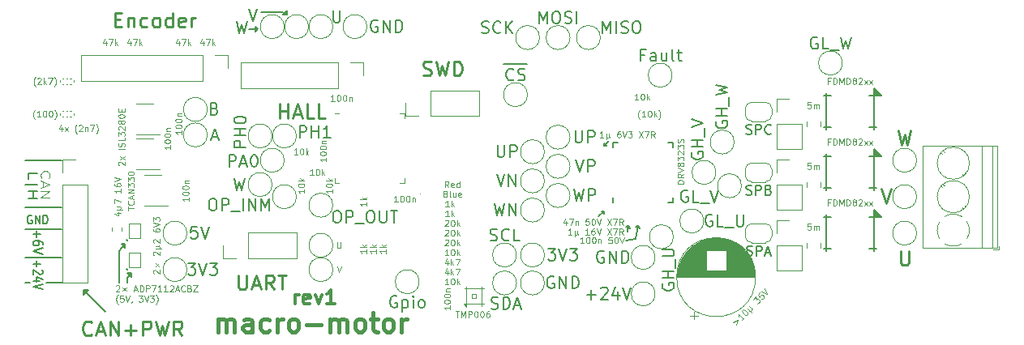
<source format=gbr>
G04 #@! TF.GenerationSoftware,KiCad,Pcbnew,5.0.0-4.fc29*
G04 #@! TF.CreationDate,2018-09-24T20:39:00+02:00*
G04 #@! TF.ProjectId,macro-motor,6D6163726F2D6D6F746F722E6B696361,rev?*
G04 #@! TF.SameCoordinates,PX916f720PY42c1d80*
G04 #@! TF.FileFunction,Legend,Top*
G04 #@! TF.FilePolarity,Positive*
%FSLAX46Y46*%
G04 Gerber Fmt 4.6, Leading zero omitted, Abs format (unit mm)*
G04 Created by KiCad (PCBNEW 5.0.0-4.fc29) date Mon Sep 24 20:39:00 2018*
%MOMM*%
%LPD*%
G01*
G04 APERTURE LIST*
%ADD10C,0.100000*%
%ADD11C,0.300000*%
%ADD12C,0.400000*%
%ADD13C,0.200000*%
%ADD14C,0.150000*%
%ADD15C,0.120000*%
%ADD16C,0.250000*%
G04 APERTURE END LIST*
D10*
X-40244048Y894048D02*
X-40275000Y925000D01*
X-40305953Y986905D01*
X-40305953Y1141667D01*
X-40275000Y1203572D01*
X-40244048Y1234524D01*
X-40182143Y1265477D01*
X-40120239Y1265477D01*
X-40027381Y1234524D01*
X-39655953Y863096D01*
X-39655953Y1265477D01*
X-39655953Y1482143D02*
X-40089286Y1822620D01*
X-40089286Y1482143D02*
X-39655953Y1822620D01*
X-39655953Y2565477D02*
X-40305953Y2565477D01*
X-39686905Y2844048D02*
X-39655953Y2936905D01*
X-39655953Y3091667D01*
X-39686905Y3153572D01*
X-39717858Y3184524D01*
X-39779762Y3215477D01*
X-39841667Y3215477D01*
X-39903572Y3184524D01*
X-39934524Y3153572D01*
X-39965477Y3091667D01*
X-39996429Y2967858D01*
X-40027381Y2905953D01*
X-40058334Y2875000D01*
X-40120239Y2844048D01*
X-40182143Y2844048D01*
X-40244048Y2875000D01*
X-40275000Y2905953D01*
X-40305953Y2967858D01*
X-40305953Y3122620D01*
X-40275000Y3215477D01*
X-39655953Y3803572D02*
X-39655953Y3494048D01*
X-40305953Y3494048D01*
X-40305953Y3958334D02*
X-40305953Y4360715D01*
X-40058334Y4144048D01*
X-40058334Y4236905D01*
X-40027381Y4298810D01*
X-39996429Y4329762D01*
X-39934524Y4360715D01*
X-39779762Y4360715D01*
X-39717858Y4329762D01*
X-39686905Y4298810D01*
X-39655953Y4236905D01*
X-39655953Y4051191D01*
X-39686905Y3989286D01*
X-39717858Y3958334D01*
X-40244048Y4608334D02*
X-40275000Y4639286D01*
X-40305953Y4701191D01*
X-40305953Y4855953D01*
X-40275000Y4917858D01*
X-40244048Y4948810D01*
X-40182143Y4979762D01*
X-40120239Y4979762D01*
X-40027381Y4948810D01*
X-39655953Y4577381D01*
X-39655953Y4979762D01*
X-40027381Y5351191D02*
X-40058334Y5289286D01*
X-40089286Y5258334D01*
X-40151191Y5227381D01*
X-40182143Y5227381D01*
X-40244048Y5258334D01*
X-40275000Y5289286D01*
X-40305953Y5351191D01*
X-40305953Y5475000D01*
X-40275000Y5536905D01*
X-40244048Y5567858D01*
X-40182143Y5598810D01*
X-40151191Y5598810D01*
X-40089286Y5567858D01*
X-40058334Y5536905D01*
X-40027381Y5475000D01*
X-40027381Y5351191D01*
X-39996429Y5289286D01*
X-39965477Y5258334D01*
X-39903572Y5227381D01*
X-39779762Y5227381D01*
X-39717858Y5258334D01*
X-39686905Y5289286D01*
X-39655953Y5351191D01*
X-39655953Y5475000D01*
X-39686905Y5536905D01*
X-39717858Y5567858D01*
X-39779762Y5598810D01*
X-39903572Y5598810D01*
X-39965477Y5567858D01*
X-39996429Y5536905D01*
X-40027381Y5475000D01*
X-40305953Y6001191D02*
X-40305953Y6063096D01*
X-40275000Y6125000D01*
X-40244048Y6155953D01*
X-40182143Y6186905D01*
X-40058334Y6217858D01*
X-39903572Y6217858D01*
X-39779762Y6186905D01*
X-39717858Y6155953D01*
X-39686905Y6125000D01*
X-39655953Y6063096D01*
X-39655953Y6001191D01*
X-39686905Y5939286D01*
X-39717858Y5908334D01*
X-39779762Y5877381D01*
X-39903572Y5846429D01*
X-40058334Y5846429D01*
X-40182143Y5877381D01*
X-40244048Y5908334D01*
X-40275000Y5939286D01*
X-40305953Y6001191D01*
X-39996429Y6496429D02*
X-39996429Y6713096D01*
X-39655953Y6805953D02*
X-39655953Y6496429D01*
X-40305953Y6496429D01*
X-40305953Y6805953D01*
D11*
X-21820715Y-13609571D02*
X-21820715Y-12609571D01*
X-21820715Y-12895285D02*
X-21749286Y-12752428D01*
X-21677858Y-12681000D01*
X-21535000Y-12609571D01*
X-21392143Y-12609571D01*
X-20320715Y-13538142D02*
X-20463572Y-13609571D01*
X-20749286Y-13609571D01*
X-20892143Y-13538142D01*
X-20963572Y-13395285D01*
X-20963572Y-12823857D01*
X-20892143Y-12681000D01*
X-20749286Y-12609571D01*
X-20463572Y-12609571D01*
X-20320715Y-12681000D01*
X-20249286Y-12823857D01*
X-20249286Y-12966714D01*
X-20963572Y-13109571D01*
X-19749286Y-12609571D02*
X-19392143Y-13609571D01*
X-19035000Y-12609571D01*
X-17677858Y-13609571D02*
X-18535000Y-13609571D01*
X-18106429Y-13609571D02*
X-18106429Y-12109571D01*
X-18249286Y-12323857D01*
X-18392143Y-12466714D01*
X-18535000Y-12538142D01*
D12*
X-29880286Y-16502761D02*
X-29880286Y-15169428D01*
X-29880286Y-15359904D02*
X-29785048Y-15264666D01*
X-29594572Y-15169428D01*
X-29308858Y-15169428D01*
X-29118381Y-15264666D01*
X-29023143Y-15455142D01*
X-29023143Y-16502761D01*
X-29023143Y-15455142D02*
X-28927905Y-15264666D01*
X-28737429Y-15169428D01*
X-28451715Y-15169428D01*
X-28261239Y-15264666D01*
X-28166000Y-15455142D01*
X-28166000Y-16502761D01*
X-26356477Y-16502761D02*
X-26356477Y-15455142D01*
X-26451715Y-15264666D01*
X-26642191Y-15169428D01*
X-27023143Y-15169428D01*
X-27213620Y-15264666D01*
X-26356477Y-16407523D02*
X-26546953Y-16502761D01*
X-27023143Y-16502761D01*
X-27213620Y-16407523D01*
X-27308858Y-16217047D01*
X-27308858Y-16026571D01*
X-27213620Y-15836095D01*
X-27023143Y-15740857D01*
X-26546953Y-15740857D01*
X-26356477Y-15645619D01*
X-24546953Y-16407523D02*
X-24737429Y-16502761D01*
X-25118381Y-16502761D01*
X-25308858Y-16407523D01*
X-25404096Y-16312285D01*
X-25499334Y-16121809D01*
X-25499334Y-15550380D01*
X-25404096Y-15359904D01*
X-25308858Y-15264666D01*
X-25118381Y-15169428D01*
X-24737429Y-15169428D01*
X-24546953Y-15264666D01*
X-23689810Y-16502761D02*
X-23689810Y-15169428D01*
X-23689810Y-15550380D02*
X-23594572Y-15359904D01*
X-23499334Y-15264666D01*
X-23308858Y-15169428D01*
X-23118381Y-15169428D01*
X-22166000Y-16502761D02*
X-22356477Y-16407523D01*
X-22451715Y-16312285D01*
X-22546953Y-16121809D01*
X-22546953Y-15550380D01*
X-22451715Y-15359904D01*
X-22356477Y-15264666D01*
X-22166000Y-15169428D01*
X-21880286Y-15169428D01*
X-21689810Y-15264666D01*
X-21594572Y-15359904D01*
X-21499334Y-15550380D01*
X-21499334Y-16121809D01*
X-21594572Y-16312285D01*
X-21689810Y-16407523D01*
X-21880286Y-16502761D01*
X-22166000Y-16502761D01*
X-20642191Y-15740857D02*
X-19118381Y-15740857D01*
X-18166000Y-16502761D02*
X-18166000Y-15169428D01*
X-18166000Y-15359904D02*
X-18070762Y-15264666D01*
X-17880286Y-15169428D01*
X-17594572Y-15169428D01*
X-17404096Y-15264666D01*
X-17308858Y-15455142D01*
X-17308858Y-16502761D01*
X-17308858Y-15455142D02*
X-17213620Y-15264666D01*
X-17023143Y-15169428D01*
X-16737429Y-15169428D01*
X-16546953Y-15264666D01*
X-16451715Y-15455142D01*
X-16451715Y-16502761D01*
X-15213620Y-16502761D02*
X-15404096Y-16407523D01*
X-15499334Y-16312285D01*
X-15594572Y-16121809D01*
X-15594572Y-15550380D01*
X-15499334Y-15359904D01*
X-15404096Y-15264666D01*
X-15213620Y-15169428D01*
X-14927905Y-15169428D01*
X-14737429Y-15264666D01*
X-14642191Y-15359904D01*
X-14546953Y-15550380D01*
X-14546953Y-16121809D01*
X-14642191Y-16312285D01*
X-14737429Y-16407523D01*
X-14927905Y-16502761D01*
X-15213620Y-16502761D01*
X-13975524Y-15169428D02*
X-13213620Y-15169428D01*
X-13689810Y-14502761D02*
X-13689810Y-16217047D01*
X-13594572Y-16407523D01*
X-13404096Y-16502761D01*
X-13213620Y-16502761D01*
X-12261239Y-16502761D02*
X-12451715Y-16407523D01*
X-12546953Y-16312285D01*
X-12642191Y-16121809D01*
X-12642191Y-15550380D01*
X-12546953Y-15359904D01*
X-12451715Y-15264666D01*
X-12261239Y-15169428D01*
X-11975524Y-15169428D01*
X-11785048Y-15264666D01*
X-11689810Y-15359904D01*
X-11594572Y-15550380D01*
X-11594572Y-16121809D01*
X-11689810Y-16312285D01*
X-11785048Y-16407523D01*
X-11975524Y-16502761D01*
X-12261239Y-16502761D01*
X-10737429Y-16502761D02*
X-10737429Y-15169428D01*
X-10737429Y-15550380D02*
X-10642191Y-15359904D01*
X-10546953Y-15264666D01*
X-10356477Y-15169428D01*
X-10166000Y-15169428D01*
D13*
X-26008000Y14882000D02*
X-25754000Y15136000D01*
X-26008000Y15390000D02*
X-26008000Y14882000D01*
X-25754000Y15136000D02*
X-26008000Y15390000D01*
X-26643000Y15136000D02*
X-25881000Y15136000D01*
X-23087000Y16660000D02*
X-22706000Y16660000D01*
X-22706000Y17041000D02*
X-23087000Y16660000D01*
X-22706000Y16660000D02*
X-22706000Y17041000D01*
X-23214000Y16914000D02*
X-22706000Y16660000D01*
X-25373000Y16914000D02*
X-23214000Y16914000D01*
X-49884000Y-11407000D02*
X-50011000Y-11407000D01*
X-49503000Y-11407000D02*
X-49884000Y-11407000D01*
X-46074000Y-11407000D02*
X-47852000Y-11407000D01*
X-50011000Y-1120000D02*
X-48741000Y-1120000D01*
X-50011000Y1420000D02*
X-46201000Y1420000D01*
X-50011000Y-3533000D02*
X-46201000Y-3533000D01*
X-50011000Y-5819000D02*
X-46201000Y-5819000D01*
X-50011000Y-8740000D02*
X-46201000Y-8740000D01*
D14*
X-48812429Y-9108476D02*
X-48812429Y-9718000D01*
X-49193381Y-9413238D02*
X-48431477Y-9413238D01*
X-48288620Y-10060857D02*
X-48241000Y-10098952D01*
X-48193381Y-10175142D01*
X-48193381Y-10365619D01*
X-48241000Y-10441809D01*
X-48288620Y-10479904D01*
X-48383858Y-10518000D01*
X-48479096Y-10518000D01*
X-48621953Y-10479904D01*
X-49193381Y-10022761D01*
X-49193381Y-10518000D01*
X-48526715Y-11203714D02*
X-49193381Y-11203714D01*
X-48145762Y-11013238D02*
X-48860048Y-10822761D01*
X-48860048Y-11318000D01*
X-48193381Y-11508476D02*
X-49193381Y-11775142D01*
X-48193381Y-12041809D01*
X-48812429Y-5931857D02*
X-48812429Y-6617571D01*
X-49193381Y-6274714D02*
X-48431477Y-6274714D01*
X-48193381Y-7431857D02*
X-48193381Y-7260428D01*
X-48241000Y-7174714D01*
X-48288620Y-7131857D01*
X-48431477Y-7046142D01*
X-48621953Y-7003285D01*
X-49002905Y-7003285D01*
X-49098143Y-7046142D01*
X-49145762Y-7089000D01*
X-49193381Y-7174714D01*
X-49193381Y-7346142D01*
X-49145762Y-7431857D01*
X-49098143Y-7474714D01*
X-49002905Y-7517571D01*
X-48764810Y-7517571D01*
X-48669572Y-7474714D01*
X-48621953Y-7431857D01*
X-48574334Y-7346142D01*
X-48574334Y-7174714D01*
X-48621953Y-7089000D01*
X-48669572Y-7046142D01*
X-48764810Y-7003285D01*
X-48193381Y-7774714D02*
X-49193381Y-8074714D01*
X-48193381Y-8374714D01*
X-49350524Y-4353000D02*
X-49426715Y-4310142D01*
X-49541000Y-4310142D01*
X-49655286Y-4353000D01*
X-49731477Y-4438714D01*
X-49769572Y-4524428D01*
X-49807667Y-4695857D01*
X-49807667Y-4824428D01*
X-49769572Y-4995857D01*
X-49731477Y-5081571D01*
X-49655286Y-5167285D01*
X-49541000Y-5210142D01*
X-49464810Y-5210142D01*
X-49350524Y-5167285D01*
X-49312429Y-5124428D01*
X-49312429Y-4824428D01*
X-49464810Y-4824428D01*
X-48969572Y-5210142D02*
X-48969572Y-4310142D01*
X-48512429Y-5210142D01*
X-48512429Y-4310142D01*
X-48131477Y-5210142D02*
X-48131477Y-4310142D01*
X-47941000Y-4310142D01*
X-47826715Y-4353000D01*
X-47750524Y-4438714D01*
X-47712429Y-4524428D01*
X-47674334Y-4695857D01*
X-47674334Y-4824428D01*
X-47712429Y-4995857D01*
X-47750524Y-5081571D01*
X-47826715Y-5167285D01*
X-47941000Y-5210142D01*
X-48131477Y-5210142D01*
X-49656143Y-532714D02*
X-49656143Y38715D01*
X-48756143Y38715D01*
X-49656143Y-1847000D02*
X-48756143Y-1847000D01*
X-49184715Y-1847000D02*
X-49184715Y-2532714D01*
X-49656143Y-2532714D02*
X-48756143Y-2532714D01*
D10*
X-48300429Y-412857D02*
X-48343286Y-360476D01*
X-48386143Y-203333D01*
X-48386143Y-98571D01*
X-48343286Y58572D01*
X-48257572Y163334D01*
X-48171858Y215715D01*
X-48000429Y268096D01*
X-47871858Y268096D01*
X-47700429Y215715D01*
X-47614715Y163334D01*
X-47529000Y58572D01*
X-47486143Y-98571D01*
X-47486143Y-203333D01*
X-47529000Y-360476D01*
X-47571858Y-412857D01*
X-48129000Y-831904D02*
X-48129000Y-1355714D01*
X-48386143Y-727142D02*
X-47486143Y-1093809D01*
X-48386143Y-1460476D01*
X-48386143Y-1827142D02*
X-47486143Y-1827142D01*
X-48386143Y-2455714D01*
X-47486143Y-2455714D01*
D13*
X-43915000Y-12677000D02*
X-43915000Y-12169000D01*
X-43407000Y-12169000D02*
X-43915000Y-12677000D01*
X-43915000Y-12169000D02*
X-43407000Y-12169000D01*
X-41629000Y-14455000D02*
X-43915000Y-12169000D01*
X-39343000Y-10391000D02*
X-38962000Y-10391000D01*
X-38962000Y-10772000D02*
X-39343000Y-10391000D01*
X-38962000Y-10391000D02*
X-38962000Y-10772000D01*
X-39343000Y-10899000D02*
X-38962000Y-10391000D01*
X-39343000Y-11407000D02*
X-39343000Y-10899000D01*
X-39978000Y-7343000D02*
X-39597000Y-7343000D01*
X-39597000Y-7724000D02*
X-39978000Y-7343000D01*
X-39597000Y-7343000D02*
X-39597000Y-7724000D01*
X-40232000Y-8105000D02*
X-39597000Y-7343000D01*
X-40232000Y-11407000D02*
X-40232000Y-8105000D01*
D10*
X-40551191Y-11718452D02*
X-40520239Y-11687500D01*
X-40458334Y-11656547D01*
X-40303572Y-11656547D01*
X-40241667Y-11687500D01*
X-40210715Y-11718452D01*
X-40179762Y-11780357D01*
X-40179762Y-11842261D01*
X-40210715Y-11935119D01*
X-40582143Y-12306547D01*
X-40179762Y-12306547D01*
X-39839286Y-11873214D02*
X-39467858Y-12244642D01*
X-39467858Y-11873214D02*
X-39839286Y-12244642D01*
X-38632143Y-12120833D02*
X-38322620Y-12120833D01*
X-38694048Y-12306547D02*
X-38477381Y-11656547D01*
X-38260715Y-12306547D01*
X-38044048Y-12306547D02*
X-38044048Y-11656547D01*
X-37889286Y-11656547D01*
X-37796429Y-11687500D01*
X-37734524Y-11749404D01*
X-37703572Y-11811309D01*
X-37672620Y-11935119D01*
X-37672620Y-12027976D01*
X-37703572Y-12151785D01*
X-37734524Y-12213690D01*
X-37796429Y-12275595D01*
X-37889286Y-12306547D01*
X-38044048Y-12306547D01*
X-37394048Y-12306547D02*
X-37394048Y-11656547D01*
X-37146429Y-11656547D01*
X-37084524Y-11687500D01*
X-37053572Y-11718452D01*
X-37022620Y-11780357D01*
X-37022620Y-11873214D01*
X-37053572Y-11935119D01*
X-37084524Y-11966071D01*
X-37146429Y-11997023D01*
X-37394048Y-11997023D01*
X-36805953Y-11656547D02*
X-36372620Y-11656547D01*
X-36651191Y-12306547D01*
X-35784524Y-12306547D02*
X-36155953Y-12306547D01*
X-35970239Y-12306547D02*
X-35970239Y-11656547D01*
X-36032143Y-11749404D01*
X-36094048Y-11811309D01*
X-36155953Y-11842261D01*
X-35165477Y-12306547D02*
X-35536905Y-12306547D01*
X-35351191Y-12306547D02*
X-35351191Y-11656547D01*
X-35413096Y-11749404D01*
X-35475000Y-11811309D01*
X-35536905Y-11842261D01*
X-34917858Y-11718452D02*
X-34886905Y-11687500D01*
X-34825000Y-11656547D01*
X-34670239Y-11656547D01*
X-34608334Y-11687500D01*
X-34577381Y-11718452D01*
X-34546429Y-11780357D01*
X-34546429Y-11842261D01*
X-34577381Y-11935119D01*
X-34948810Y-12306547D01*
X-34546429Y-12306547D01*
X-34298810Y-12120833D02*
X-33989286Y-12120833D01*
X-34360715Y-12306547D02*
X-34144048Y-11656547D01*
X-33927381Y-12306547D01*
X-33339286Y-12244642D02*
X-33370239Y-12275595D01*
X-33463096Y-12306547D01*
X-33525000Y-12306547D01*
X-33617858Y-12275595D01*
X-33679762Y-12213690D01*
X-33710715Y-12151785D01*
X-33741667Y-12027976D01*
X-33741667Y-11935119D01*
X-33710715Y-11811309D01*
X-33679762Y-11749404D01*
X-33617858Y-11687500D01*
X-33525000Y-11656547D01*
X-33463096Y-11656547D01*
X-33370239Y-11687500D01*
X-33339286Y-11718452D01*
X-32844048Y-11966071D02*
X-32751191Y-11997023D01*
X-32720239Y-12027976D01*
X-32689286Y-12089880D01*
X-32689286Y-12182738D01*
X-32720239Y-12244642D01*
X-32751191Y-12275595D01*
X-32813096Y-12306547D01*
X-33060715Y-12306547D01*
X-33060715Y-11656547D01*
X-32844048Y-11656547D01*
X-32782143Y-11687500D01*
X-32751191Y-11718452D01*
X-32720239Y-11780357D01*
X-32720239Y-11842261D01*
X-32751191Y-11904166D01*
X-32782143Y-11935119D01*
X-32844048Y-11966071D01*
X-33060715Y-11966071D01*
X-32472620Y-11656547D02*
X-32039286Y-11656547D01*
X-32472620Y-12306547D01*
X-32039286Y-12306547D01*
X-40334524Y-13629166D02*
X-40365477Y-13598214D01*
X-40427381Y-13505357D01*
X-40458334Y-13443452D01*
X-40489286Y-13350595D01*
X-40520239Y-13195833D01*
X-40520239Y-13072023D01*
X-40489286Y-12917261D01*
X-40458334Y-12824404D01*
X-40427381Y-12762500D01*
X-40365477Y-12669642D01*
X-40334524Y-12638690D01*
X-39777381Y-12731547D02*
X-40086905Y-12731547D01*
X-40117858Y-13041071D01*
X-40086905Y-13010119D01*
X-40025000Y-12979166D01*
X-39870239Y-12979166D01*
X-39808334Y-13010119D01*
X-39777381Y-13041071D01*
X-39746429Y-13102976D01*
X-39746429Y-13257738D01*
X-39777381Y-13319642D01*
X-39808334Y-13350595D01*
X-39870239Y-13381547D01*
X-40025000Y-13381547D01*
X-40086905Y-13350595D01*
X-40117858Y-13319642D01*
X-39560715Y-12731547D02*
X-39344048Y-13381547D01*
X-39127381Y-12731547D01*
X-38879762Y-13350595D02*
X-38879762Y-13381547D01*
X-38910715Y-13443452D01*
X-38941667Y-13474404D01*
X-38167858Y-12731547D02*
X-37765477Y-12731547D01*
X-37982143Y-12979166D01*
X-37889286Y-12979166D01*
X-37827381Y-13010119D01*
X-37796429Y-13041071D01*
X-37765477Y-13102976D01*
X-37765477Y-13257738D01*
X-37796429Y-13319642D01*
X-37827381Y-13350595D01*
X-37889286Y-13381547D01*
X-38075000Y-13381547D01*
X-38136905Y-13350595D01*
X-38167858Y-13319642D01*
X-37579762Y-12731547D02*
X-37363096Y-13381547D01*
X-37146429Y-12731547D01*
X-36991667Y-12731547D02*
X-36589286Y-12731547D01*
X-36805953Y-12979166D01*
X-36713096Y-12979166D01*
X-36651191Y-13010119D01*
X-36620239Y-13041071D01*
X-36589286Y-13102976D01*
X-36589286Y-13257738D01*
X-36620239Y-13319642D01*
X-36651191Y-13350595D01*
X-36713096Y-13381547D01*
X-36898810Y-13381547D01*
X-36960715Y-13350595D01*
X-36991667Y-13319642D01*
X-36372620Y-13629166D02*
X-36341667Y-13598214D01*
X-36279762Y-13505357D01*
X-36248810Y-13443452D01*
X-36217858Y-13350595D01*
X-36186905Y-13195833D01*
X-36186905Y-13072023D01*
X-36217858Y-12917261D01*
X-36248810Y-12824404D01*
X-36279762Y-12762500D01*
X-36341667Y-12669642D01*
X-36372620Y-12638690D01*
X-36589048Y-10410476D02*
X-36620000Y-10379523D01*
X-36650953Y-10317619D01*
X-36650953Y-10162857D01*
X-36620000Y-10100952D01*
X-36589048Y-10070000D01*
X-36527143Y-10039047D01*
X-36465239Y-10039047D01*
X-36372381Y-10070000D01*
X-36000953Y-10441428D01*
X-36000953Y-10039047D01*
X-36434286Y-9698571D02*
X-36062858Y-9327142D01*
X-36434286Y-9327142D02*
X-36062858Y-9698571D01*
X-36589048Y-8491428D02*
X-36620000Y-8460476D01*
X-36650953Y-8398571D01*
X-36650953Y-8243809D01*
X-36620000Y-8181904D01*
X-36589048Y-8150952D01*
X-36527143Y-8120000D01*
X-36465239Y-8120000D01*
X-36372381Y-8150952D01*
X-36000953Y-8522380D01*
X-36000953Y-8120000D01*
X-36434286Y-7841428D02*
X-35784286Y-7841428D01*
X-36093810Y-7531904D02*
X-36031905Y-7500952D01*
X-36000953Y-7439047D01*
X-36093810Y-7841428D02*
X-36031905Y-7810476D01*
X-36000953Y-7748571D01*
X-36000953Y-7624761D01*
X-36031905Y-7562857D01*
X-36093810Y-7531904D01*
X-36434286Y-7531904D01*
X-36589048Y-7191428D02*
X-36620000Y-7160476D01*
X-36650953Y-7098571D01*
X-36650953Y-6943809D01*
X-36620000Y-6881904D01*
X-36589048Y-6850952D01*
X-36527143Y-6820000D01*
X-36465239Y-6820000D01*
X-36372381Y-6850952D01*
X-36000953Y-7222380D01*
X-36000953Y-6820000D01*
X-36650953Y-5767619D02*
X-36650953Y-5891428D01*
X-36620000Y-5953333D01*
X-36589048Y-5984285D01*
X-36496191Y-6046190D01*
X-36372381Y-6077142D01*
X-36124762Y-6077142D01*
X-36062858Y-6046190D01*
X-36031905Y-6015238D01*
X-36000953Y-5953333D01*
X-36000953Y-5829523D01*
X-36031905Y-5767619D01*
X-36062858Y-5736666D01*
X-36124762Y-5705714D01*
X-36279524Y-5705714D01*
X-36341429Y-5736666D01*
X-36372381Y-5767619D01*
X-36403334Y-5829523D01*
X-36403334Y-5953333D01*
X-36372381Y-6015238D01*
X-36341429Y-6046190D01*
X-36279524Y-6077142D01*
X-36650953Y-5520000D02*
X-36000953Y-5303333D01*
X-36650953Y-5086666D01*
X-36650953Y-4931904D02*
X-36650953Y-4529523D01*
X-36403334Y-4746190D01*
X-36403334Y-4653333D01*
X-36372381Y-4591428D01*
X-36341429Y-4560476D01*
X-36279524Y-4529523D01*
X-36124762Y-4529523D01*
X-36062858Y-4560476D01*
X-36031905Y-4591428D01*
X-36000953Y-4653333D01*
X-36000953Y-4839047D01*
X-36031905Y-4900952D01*
X-36062858Y-4931904D01*
X-46183334Y4889286D02*
X-46183334Y4455953D01*
X-46338096Y5136905D02*
X-46492858Y4672620D01*
X-46090477Y4672620D01*
X-45904762Y4455953D02*
X-45564286Y4889286D01*
X-45904762Y4889286D02*
X-45564286Y4455953D01*
X-44635715Y4208334D02*
X-44666667Y4239286D01*
X-44728572Y4332143D01*
X-44759524Y4394048D01*
X-44790477Y4486905D01*
X-44821429Y4641667D01*
X-44821429Y4765477D01*
X-44790477Y4920239D01*
X-44759524Y5013096D01*
X-44728572Y5075000D01*
X-44666667Y5167858D01*
X-44635715Y5198810D01*
X-44419048Y5044048D02*
X-44388096Y5075000D01*
X-44326191Y5105953D01*
X-44171429Y5105953D01*
X-44109524Y5075000D01*
X-44078572Y5044048D01*
X-44047620Y4982143D01*
X-44047620Y4920239D01*
X-44078572Y4827381D01*
X-44450000Y4455953D01*
X-44047620Y4455953D01*
X-43769048Y4889286D02*
X-43769048Y4455953D01*
X-43769048Y4827381D02*
X-43738096Y4858334D01*
X-43676191Y4889286D01*
X-43583334Y4889286D01*
X-43521429Y4858334D01*
X-43490477Y4796429D01*
X-43490477Y4455953D01*
X-43242858Y5105953D02*
X-42809524Y5105953D01*
X-43088096Y4455953D01*
X-42623810Y4208334D02*
X-42592858Y4239286D01*
X-42530953Y4332143D01*
X-42500000Y4394048D01*
X-42469048Y4486905D01*
X-42438096Y4641667D01*
X-42438096Y4765477D01*
X-42469048Y4920239D01*
X-42500000Y5013096D01*
X-42530953Y5075000D01*
X-42592858Y5167858D01*
X-42623810Y5198810D01*
D13*
X13743000Y-5565000D02*
X13997000Y-5438000D01*
X14124000Y-5692000D02*
X13743000Y-5565000D01*
X13997000Y-5438000D02*
X14124000Y-5692000D01*
X13743000Y-6835000D02*
X13997000Y-5438000D01*
X12727000Y-6962000D02*
X13743000Y-6835000D01*
X12727000Y-5565000D02*
X12981000Y-5438000D01*
X13108000Y-5692000D02*
X12727000Y-5565000D01*
X12981000Y-5438000D02*
X13108000Y-5692000D01*
X12854000Y-6073000D02*
X12981000Y-5438000D01*
X10187000Y-3914000D02*
X10441000Y-3914000D01*
X10441000Y-4168000D02*
X10187000Y-3914000D01*
X10441000Y-3914000D02*
X10441000Y-4168000D01*
X9806000Y-4422000D02*
X10441000Y-3914000D01*
X10695000Y2944000D02*
X10441000Y2944000D01*
X10441000Y3198000D02*
X10695000Y2944000D01*
X10441000Y2944000D02*
X10441000Y3198000D01*
X10949000Y3452000D02*
X10441000Y2944000D01*
D15*
G04 #@! TO.C,J604*
X-21630000Y-8800000D02*
X-21630000Y-6140000D01*
X-26770000Y-8800000D02*
X-21630000Y-8800000D01*
X-26770000Y-6140000D02*
X-21630000Y-6140000D01*
X-26770000Y-8800000D02*
X-26770000Y-6140000D01*
X-28040000Y-8800000D02*
X-29370000Y-8800000D01*
X-29370000Y-8800000D02*
X-29370000Y-7470000D01*
G04 #@! TO.C,C101*
X-40996000Y-5981779D02*
X-40996000Y-5656221D01*
X-39976000Y-5981779D02*
X-39976000Y-5656221D01*
G04 #@! TO.C,C301*
X26245000Y-10800000D02*
G75*
G03X26245000Y-10800000I-4120000J0D01*
G01*
X18045000Y-10800000D02*
X26205000Y-10800000D01*
X18045000Y-10760000D02*
X26205000Y-10760000D01*
X18045000Y-10720000D02*
X26205000Y-10720000D01*
X18046000Y-10680000D02*
X26204000Y-10680000D01*
X18048000Y-10640000D02*
X26202000Y-10640000D01*
X18049000Y-10600000D02*
X26201000Y-10600000D01*
X18051000Y-10560000D02*
X26199000Y-10560000D01*
X18054000Y-10520000D02*
X26196000Y-10520000D01*
X18057000Y-10480000D02*
X26193000Y-10480000D01*
X18060000Y-10440000D02*
X26190000Y-10440000D01*
X18064000Y-10400000D02*
X26186000Y-10400000D01*
X18068000Y-10360000D02*
X26182000Y-10360000D01*
X18073000Y-10320000D02*
X26177000Y-10320000D01*
X18077000Y-10280000D02*
X26173000Y-10280000D01*
X18083000Y-10240000D02*
X26167000Y-10240000D01*
X18088000Y-10200000D02*
X26162000Y-10200000D01*
X18095000Y-10160000D02*
X26155000Y-10160000D01*
X18101000Y-10120000D02*
X26149000Y-10120000D01*
X18108000Y-10079000D02*
X21085000Y-10079000D01*
X23165000Y-10079000D02*
X26142000Y-10079000D01*
X18115000Y-10039000D02*
X21085000Y-10039000D01*
X23165000Y-10039000D02*
X26135000Y-10039000D01*
X18123000Y-9999000D02*
X21085000Y-9999000D01*
X23165000Y-9999000D02*
X26127000Y-9999000D01*
X18131000Y-9959000D02*
X21085000Y-9959000D01*
X23165000Y-9959000D02*
X26119000Y-9959000D01*
X18140000Y-9919000D02*
X21085000Y-9919000D01*
X23165000Y-9919000D02*
X26110000Y-9919000D01*
X18149000Y-9879000D02*
X21085000Y-9879000D01*
X23165000Y-9879000D02*
X26101000Y-9879000D01*
X18158000Y-9839000D02*
X21085000Y-9839000D01*
X23165000Y-9839000D02*
X26092000Y-9839000D01*
X18168000Y-9799000D02*
X21085000Y-9799000D01*
X23165000Y-9799000D02*
X26082000Y-9799000D01*
X18178000Y-9759000D02*
X21085000Y-9759000D01*
X23165000Y-9759000D02*
X26072000Y-9759000D01*
X18189000Y-9719000D02*
X21085000Y-9719000D01*
X23165000Y-9719000D02*
X26061000Y-9719000D01*
X18200000Y-9679000D02*
X21085000Y-9679000D01*
X23165000Y-9679000D02*
X26050000Y-9679000D01*
X18211000Y-9639000D02*
X21085000Y-9639000D01*
X23165000Y-9639000D02*
X26039000Y-9639000D01*
X18223000Y-9599000D02*
X21085000Y-9599000D01*
X23165000Y-9599000D02*
X26027000Y-9599000D01*
X18236000Y-9559000D02*
X21085000Y-9559000D01*
X23165000Y-9559000D02*
X26014000Y-9559000D01*
X18248000Y-9519000D02*
X21085000Y-9519000D01*
X23165000Y-9519000D02*
X26002000Y-9519000D01*
X18262000Y-9479000D02*
X21085000Y-9479000D01*
X23165000Y-9479000D02*
X25988000Y-9479000D01*
X18275000Y-9439000D02*
X21085000Y-9439000D01*
X23165000Y-9439000D02*
X25975000Y-9439000D01*
X18290000Y-9399000D02*
X21085000Y-9399000D01*
X23165000Y-9399000D02*
X25960000Y-9399000D01*
X18304000Y-9359000D02*
X21085000Y-9359000D01*
X23165000Y-9359000D02*
X25946000Y-9359000D01*
X18320000Y-9319000D02*
X21085000Y-9319000D01*
X23165000Y-9319000D02*
X25930000Y-9319000D01*
X18335000Y-9279000D02*
X21085000Y-9279000D01*
X23165000Y-9279000D02*
X25915000Y-9279000D01*
X18351000Y-9239000D02*
X21085000Y-9239000D01*
X23165000Y-9239000D02*
X25899000Y-9239000D01*
X18368000Y-9199000D02*
X21085000Y-9199000D01*
X23165000Y-9199000D02*
X25882000Y-9199000D01*
X18385000Y-9159000D02*
X21085000Y-9159000D01*
X23165000Y-9159000D02*
X25865000Y-9159000D01*
X18403000Y-9119000D02*
X21085000Y-9119000D01*
X23165000Y-9119000D02*
X25847000Y-9119000D01*
X18421000Y-9079000D02*
X21085000Y-9079000D01*
X23165000Y-9079000D02*
X25829000Y-9079000D01*
X18439000Y-9039000D02*
X21085000Y-9039000D01*
X23165000Y-9039000D02*
X25811000Y-9039000D01*
X18459000Y-8999000D02*
X21085000Y-8999000D01*
X23165000Y-8999000D02*
X25791000Y-8999000D01*
X18478000Y-8959000D02*
X21085000Y-8959000D01*
X23165000Y-8959000D02*
X25772000Y-8959000D01*
X18498000Y-8919000D02*
X21085000Y-8919000D01*
X23165000Y-8919000D02*
X25752000Y-8919000D01*
X18519000Y-8879000D02*
X21085000Y-8879000D01*
X23165000Y-8879000D02*
X25731000Y-8879000D01*
X18541000Y-8839000D02*
X21085000Y-8839000D01*
X23165000Y-8839000D02*
X25709000Y-8839000D01*
X18563000Y-8799000D02*
X21085000Y-8799000D01*
X23165000Y-8799000D02*
X25687000Y-8799000D01*
X18585000Y-8759000D02*
X21085000Y-8759000D01*
X23165000Y-8759000D02*
X25665000Y-8759000D01*
X18608000Y-8719000D02*
X21085000Y-8719000D01*
X23165000Y-8719000D02*
X25642000Y-8719000D01*
X18632000Y-8679000D02*
X21085000Y-8679000D01*
X23165000Y-8679000D02*
X25618000Y-8679000D01*
X18656000Y-8639000D02*
X21085000Y-8639000D01*
X23165000Y-8639000D02*
X25594000Y-8639000D01*
X18681000Y-8599000D02*
X21085000Y-8599000D01*
X23165000Y-8599000D02*
X25569000Y-8599000D01*
X18707000Y-8559000D02*
X21085000Y-8559000D01*
X23165000Y-8559000D02*
X25543000Y-8559000D01*
X18733000Y-8519000D02*
X21085000Y-8519000D01*
X23165000Y-8519000D02*
X25517000Y-8519000D01*
X18760000Y-8479000D02*
X21085000Y-8479000D01*
X23165000Y-8479000D02*
X25490000Y-8479000D01*
X18787000Y-8439000D02*
X21085000Y-8439000D01*
X23165000Y-8439000D02*
X25463000Y-8439000D01*
X18816000Y-8399000D02*
X21085000Y-8399000D01*
X23165000Y-8399000D02*
X25434000Y-8399000D01*
X18845000Y-8359000D02*
X21085000Y-8359000D01*
X23165000Y-8359000D02*
X25405000Y-8359000D01*
X18875000Y-8319000D02*
X21085000Y-8319000D01*
X23165000Y-8319000D02*
X25375000Y-8319000D01*
X18905000Y-8279000D02*
X21085000Y-8279000D01*
X23165000Y-8279000D02*
X25345000Y-8279000D01*
X18936000Y-8239000D02*
X21085000Y-8239000D01*
X23165000Y-8239000D02*
X25314000Y-8239000D01*
X18969000Y-8199000D02*
X21085000Y-8199000D01*
X23165000Y-8199000D02*
X25281000Y-8199000D01*
X19001000Y-8159000D02*
X21085000Y-8159000D01*
X23165000Y-8159000D02*
X25249000Y-8159000D01*
X19035000Y-8119000D02*
X21085000Y-8119000D01*
X23165000Y-8119000D02*
X25215000Y-8119000D01*
X19070000Y-8079000D02*
X21085000Y-8079000D01*
X23165000Y-8079000D02*
X25180000Y-8079000D01*
X19106000Y-8039000D02*
X21085000Y-8039000D01*
X23165000Y-8039000D02*
X25144000Y-8039000D01*
X19142000Y-7999000D02*
X25108000Y-7999000D01*
X19180000Y-7959000D02*
X25070000Y-7959000D01*
X19218000Y-7919000D02*
X25032000Y-7919000D01*
X19258000Y-7879000D02*
X24992000Y-7879000D01*
X19299000Y-7839000D02*
X24951000Y-7839000D01*
X19341000Y-7799000D02*
X24909000Y-7799000D01*
X19384000Y-7759000D02*
X24866000Y-7759000D01*
X19428000Y-7719000D02*
X24822000Y-7719000D01*
X19474000Y-7679000D02*
X24776000Y-7679000D01*
X19521000Y-7639000D02*
X24729000Y-7639000D01*
X19569000Y-7599000D02*
X24681000Y-7599000D01*
X19620000Y-7559000D02*
X24630000Y-7559000D01*
X19671000Y-7519000D02*
X24579000Y-7519000D01*
X19725000Y-7479000D02*
X24525000Y-7479000D01*
X19780000Y-7439000D02*
X24470000Y-7439000D01*
X19838000Y-7399000D02*
X24412000Y-7399000D01*
X19897000Y-7359000D02*
X24353000Y-7359000D01*
X19959000Y-7319000D02*
X24291000Y-7319000D01*
X20023000Y-7279000D02*
X24227000Y-7279000D01*
X20091000Y-7239000D02*
X24159000Y-7239000D01*
X20161000Y-7199000D02*
X24089000Y-7199000D01*
X20235000Y-7159000D02*
X24015000Y-7159000D01*
X20312000Y-7119000D02*
X23938000Y-7119000D01*
X20394000Y-7079000D02*
X23856000Y-7079000D01*
X20480000Y-7039000D02*
X23770000Y-7039000D01*
X20573000Y-6999000D02*
X23677000Y-6999000D01*
X20672000Y-6959000D02*
X23578000Y-6959000D01*
X20779000Y-6919000D02*
X23471000Y-6919000D01*
X20896000Y-6879000D02*
X23354000Y-6879000D01*
X21027000Y-6839000D02*
X23223000Y-6839000D01*
X21177000Y-6799000D02*
X23073000Y-6799000D01*
X21357000Y-6759000D02*
X22893000Y-6759000D01*
X21592000Y-6719000D02*
X22658000Y-6719000D01*
X19810000Y-15209698D02*
X19810000Y-14409698D01*
X19410000Y-14809698D02*
X20210000Y-14809698D01*
D10*
G04 #@! TO.C,D601*
X-8760000Y-2136000D02*
G75*
G03X-8760000Y-2136000I-50000J0D01*
G01*
G04 #@! TO.C,D602*
X-6580000Y-1120000D02*
G75*
G03X-6580000Y-1120000I-50000J0D01*
G01*
D15*
G04 #@! TO.C,J101*
X-46134000Y-11340000D02*
X-43474000Y-11340000D01*
X-46134000Y-1120000D02*
X-46134000Y-11340000D01*
X-43474000Y-1120000D02*
X-43474000Y-11340000D01*
X-46134000Y-1120000D02*
X-43474000Y-1120000D01*
X-46134000Y150000D02*
X-46134000Y1480000D01*
X-46134000Y1480000D02*
X-44804000Y1480000D01*
G04 #@! TO.C,J102*
X-33139000Y-10010000D02*
G75*
G03X-33139000Y-10010000I-1251000J0D01*
G01*
G04 #@! TO.C,J103*
X-33139000Y-6200000D02*
G75*
G03X-33139000Y-6200000I-1251000J0D01*
G01*
G04 #@! TO.C,J104*
X-14343000Y15390000D02*
G75*
G03X-14343000Y15390000I-1251000J0D01*
G01*
G04 #@! TO.C,J105*
X-8882000Y-11280000D02*
G75*
G03X-8882000Y-11280000I-1251000J0D01*
G01*
G04 #@! TO.C,J106*
X-17899000Y15390000D02*
G75*
G03X-17899000Y15390000I-1251000J0D01*
G01*
G04 #@! TO.C,J107*
X-20439000Y15390000D02*
G75*
G03X-20439000Y15390000I-1251000J0D01*
G01*
G04 #@! TO.C,J108*
X-22979000Y15390000D02*
G75*
G03X-22979000Y15390000I-1251000J0D01*
G01*
G04 #@! TO.C,J109*
X48314721Y-4999736D02*
G75*
G02X48570000Y-5890000I-1424721J-890264D01*
G01*
X45999807Y-4464495D02*
G75*
G02X47781000Y-4465000I890193J-1425505D01*
G01*
X45464642Y-6779894D02*
G75*
G02X45450000Y-5024000I1425358J889894D01*
G01*
X47779894Y-7315358D02*
G75*
G02X46024000Y-7330000I-889894J1425358D01*
G01*
X48570099Y-5861326D02*
G75*
G02X48330000Y-6756000I-1680099J-28674D01*
G01*
X48570000Y-2390000D02*
G75*
G03X48570000Y-2390000I-1680000J0D01*
G01*
X48570000Y1110000D02*
G75*
G03X48570000Y1110000I-1680000J0D01*
G01*
X50990000Y-7700000D02*
X50990000Y2920000D01*
X49890000Y-7700000D02*
X49890000Y2920000D01*
X43730000Y-7700000D02*
X43730000Y2920000D01*
X51450000Y-7700000D02*
X51450000Y2920000D01*
X43730000Y-7700000D02*
X51450000Y-7700000D01*
X43730000Y2920000D02*
X51450000Y2920000D01*
X45821000Y-1115000D02*
X45949000Y-1244000D01*
X48071000Y-3365000D02*
X48164000Y-3459000D01*
X45615000Y-1320000D02*
X45709000Y-1414000D01*
X47831000Y-3535000D02*
X47959000Y-3664000D01*
X45821000Y2385000D02*
X45949000Y2256000D01*
X48071000Y135000D02*
X48164000Y41000D01*
X45615000Y2180000D02*
X45709000Y2086000D01*
X47831000Y-35000D02*
X47959000Y-164000D01*
X51050000Y-7940000D02*
X51690000Y-7940000D01*
X51690000Y-7940000D02*
X51690000Y-7540000D01*
G04 #@! TO.C,J202*
X-31007000Y6731000D02*
G75*
G03X-31007000Y6731000I-1251000J0D01*
G01*
G04 #@! TO.C,J203*
X-31007000Y4064000D02*
G75*
G03X-31007000Y4064000I-1251000J0D01*
G01*
G04 #@! TO.C,J301*
X28415000Y2630000D02*
X31075000Y2630000D01*
X28415000Y5230000D02*
X28415000Y2630000D01*
X31075000Y5230000D02*
X31075000Y2630000D01*
X28415000Y5230000D02*
X31075000Y5230000D01*
X28415000Y6500000D02*
X28415000Y7830000D01*
X28415000Y7830000D02*
X29745000Y7830000D01*
G04 #@! TO.C,J302*
X28415000Y-3720000D02*
X31075000Y-3720000D01*
X28415000Y-1120000D02*
X28415000Y-3720000D01*
X31075000Y-1120000D02*
X31075000Y-3720000D01*
X28415000Y-1120000D02*
X31075000Y-1120000D01*
X28415000Y150000D02*
X28415000Y1480000D01*
X28415000Y1480000D02*
X29745000Y1480000D01*
G04 #@! TO.C,J303*
X28415000Y-4870000D02*
X29745000Y-4870000D01*
X28415000Y-6200000D02*
X28415000Y-4870000D01*
X28415000Y-7470000D02*
X31075000Y-7470000D01*
X31075000Y-7470000D02*
X31075000Y-10070000D01*
X28415000Y-7470000D02*
X28415000Y-10070000D01*
X28415000Y-10070000D02*
X31075000Y-10070000D01*
G04 #@! TO.C,J501*
X1278000Y-8486000D02*
G75*
G03X1278000Y-8486000I-1251000J0D01*
G01*
G04 #@! TO.C,J502*
X1278000Y-11407000D02*
G75*
G03X1278000Y-11407000I-1251000J0D01*
G01*
G04 #@! TO.C,J503*
X4199000Y-8486000D02*
G75*
G03X4199000Y-8486000I-1251000J0D01*
G01*
G04 #@! TO.C,J504*
X4199000Y-11407000D02*
G75*
G03X4199000Y-11407000I-1251000J0D01*
G01*
G04 #@! TO.C,J601*
X-2580000Y6059000D02*
X-2580000Y8719000D01*
X-7720000Y6059000D02*
X-2580000Y6059000D01*
X-7720000Y8719000D02*
X-2580000Y8719000D01*
X-7720000Y6059000D02*
X-7720000Y8719000D01*
X-8990000Y6059000D02*
X-10320000Y6059000D01*
X-10320000Y6059000D02*
X-10320000Y7389000D01*
G04 #@! TO.C,J605*
X-21709000Y-2390000D02*
G75*
G03X-21709000Y-2390000I-1251000J0D01*
G01*
G04 #@! TO.C,J606*
X-17899000Y-3279000D02*
G75*
G03X-17899000Y-3279000I-1251000J0D01*
G01*
G04 #@! TO.C,J607*
X-22979000Y1420000D02*
G75*
G03X-22979000Y1420000I-1251000J0D01*
G01*
G04 #@! TO.C,J608*
X-21709000Y3960000D02*
G75*
G03X-21709000Y3960000I-1251000J0D01*
G01*
G04 #@! TO.C,J609*
X-24249000Y3960000D02*
G75*
G03X-24249000Y3960000I-1251000J0D01*
G01*
G04 #@! TO.C,JP301*
X25855000Y7500000D02*
X27255000Y7500000D01*
X27955000Y6800000D02*
X27955000Y6200000D01*
X27255000Y5500000D02*
X25855000Y5500000D01*
X25155000Y6200000D02*
X25155000Y6800000D01*
X25155000Y6800000D02*
G75*
G02X25855000Y7500000I700000J0D01*
G01*
X25855000Y5500000D02*
G75*
G02X25155000Y6200000I0J700000D01*
G01*
X27955000Y6200000D02*
G75*
G02X27255000Y5500000I-700000J0D01*
G01*
X27255000Y7500000D02*
G75*
G02X27955000Y6800000I0J-700000D01*
G01*
G04 #@! TO.C,JP302*
X27255000Y1150000D02*
G75*
G02X27955000Y450000I0J-700000D01*
G01*
X27955000Y-150000D02*
G75*
G02X27255000Y-850000I-700000J0D01*
G01*
X25855000Y-850000D02*
G75*
G02X25155000Y-150000I0J700000D01*
G01*
X25155000Y450000D02*
G75*
G02X25855000Y1150000I700000J0D01*
G01*
X25155000Y-150000D02*
X25155000Y450000D01*
X27255000Y-850000D02*
X25855000Y-850000D01*
X27955000Y450000D02*
X27955000Y-150000D01*
X25855000Y1150000D02*
X27255000Y1150000D01*
G04 #@! TO.C,JP303*
X27255000Y-5200000D02*
G75*
G02X27955000Y-5900000I0J-700000D01*
G01*
X27955000Y-6500000D02*
G75*
G02X27255000Y-7200000I-700000J0D01*
G01*
X25855000Y-7200000D02*
G75*
G02X25155000Y-6500000I0J700000D01*
G01*
X25155000Y-5900000D02*
G75*
G02X25855000Y-5200000I700000J0D01*
G01*
X25155000Y-6500000D02*
X25155000Y-5900000D01*
X27255000Y-7200000D02*
X25855000Y-7200000D01*
X27955000Y-5900000D02*
X27955000Y-6500000D01*
X25855000Y-5200000D02*
X27255000Y-5200000D01*
D14*
G04 #@! TO.C,Q301*
X38635000Y8405000D02*
X38889000Y8151000D01*
X38635000Y8659000D02*
X39143000Y8151000D01*
X38635000Y8913000D02*
X39397000Y8151000D01*
X34095000Y8150000D02*
X33345000Y8150000D01*
X38595000Y8900000D02*
X38595000Y4600000D01*
X38845000Y4850000D02*
X38095000Y4850000D01*
X33595000Y8400000D02*
X33595000Y4600000D01*
X34095000Y4850000D02*
X33345000Y4850000D01*
X39345000Y8150000D02*
X38095000Y8150000D01*
G04 #@! TO.C,Q302*
X39345000Y1800000D02*
X38095000Y1800000D01*
X34095000Y-1500000D02*
X33345000Y-1500000D01*
X33595000Y2050000D02*
X33595000Y-1750000D01*
X38845000Y-1500000D02*
X38095000Y-1500000D01*
X38595000Y2550000D02*
X38595000Y-1750000D01*
X34095000Y1800000D02*
X33345000Y1800000D01*
X38635000Y2563000D02*
X39397000Y1801000D01*
X38635000Y2309000D02*
X39143000Y1801000D01*
X38635000Y2055000D02*
X38889000Y1801000D01*
G04 #@! TO.C,Q303*
X39345000Y-4550000D02*
X38095000Y-4550000D01*
X34095000Y-7850000D02*
X33345000Y-7850000D01*
X33595000Y-4300000D02*
X33595000Y-8100000D01*
X38845000Y-7850000D02*
X38095000Y-7850000D01*
X38595000Y-3800000D02*
X38595000Y-8100000D01*
X34095000Y-4550000D02*
X33345000Y-4550000D01*
X38635000Y-3787000D02*
X39397000Y-4549000D01*
X38635000Y-4041000D02*
X39143000Y-4549000D01*
X38635000Y-4295000D02*
X38889000Y-4549000D01*
D15*
G04 #@! TO.C,R302*
X31575000Y5488578D02*
X31575000Y4971422D01*
X32995000Y5488578D02*
X32995000Y4971422D01*
G04 #@! TO.C,R303*
X32995000Y-861422D02*
X32995000Y-1378578D01*
X31575000Y-861422D02*
X31575000Y-1378578D01*
G04 #@! TO.C,R304*
X32995000Y-7211422D02*
X32995000Y-7728578D01*
X31575000Y-7211422D02*
X31575000Y-7728578D01*
G04 #@! TO.C,TP303*
X6866000Y3833000D02*
G75*
G03X6866000Y3833000I-1251000J0D01*
G01*
G04 #@! TO.C,TP304*
X4199000Y2309000D02*
G75*
G03X4199000Y2309000I-1251000J0D01*
G01*
G04 #@! TO.C,TP305*
X6866000Y785000D02*
G75*
G03X6866000Y785000I-1251000J0D01*
G01*
G04 #@! TO.C,TP306*
X4199000Y-739000D02*
G75*
G03X4199000Y-739000I-1251000J0D01*
G01*
G04 #@! TO.C,TP307*
X6866000Y-2263000D02*
G75*
G03X6866000Y-2263000I-1251000J0D01*
G01*
G04 #@! TO.C,TP308*
X4199000Y-3787000D02*
G75*
G03X4199000Y-3787000I-1251000J0D01*
G01*
G04 #@! TO.C,TP309*
X6866000Y14247000D02*
G75*
G03X6866000Y14247000I-1251000J0D01*
G01*
G04 #@! TO.C,TP310*
X10041000Y14247000D02*
G75*
G03X10041000Y14247000I-1251000J0D01*
G01*
G04 #@! TO.C,TP311*
X3691000Y14247000D02*
G75*
G03X3691000Y14247000I-1251000J0D01*
G01*
G04 #@! TO.C,TP312*
X2421000Y8278000D02*
G75*
G03X2421000Y8278000I-1251000J0D01*
G01*
G04 #@! TO.C,TP313*
X-24249000Y-1120000D02*
G75*
G03X-24249000Y-1120000I-1251000J0D01*
G01*
G04 #@! TO.C,TP314*
X-17899000Y-10010000D02*
G75*
G03X-17899000Y-10010000I-1251000J0D01*
G01*
G04 #@! TO.C,TP315*
X-17899000Y-7470000D02*
G75*
G03X-17899000Y-7470000I-1251000J0D01*
G01*
G04 #@! TO.C,TP316*
X17661000Y-6581000D02*
G75*
G03X17661000Y-6581000I-1251000J0D01*
G01*
G04 #@! TO.C,TP317*
X20836000Y-4930000D02*
G75*
G03X20836000Y-4930000I-1251000J0D01*
G01*
G04 #@! TO.C,TP318*
X24011000Y3325000D02*
G75*
G03X24011000Y3325000I-1251000J0D01*
G01*
G04 #@! TO.C,TP319*
X35314000Y11580000D02*
G75*
G03X35314000Y11580000I-1251000J0D01*
G01*
G04 #@! TO.C,TP320*
X22106000Y150000D02*
G75*
G03X22106000Y150000I-1251000J0D01*
G01*
G04 #@! TO.C,TP321*
X24773000Y-1247000D02*
G75*
G03X24773000Y-1247000I-1251000J0D01*
G01*
G04 #@! TO.C,TP322*
X43061000Y1420000D02*
G75*
G03X43061000Y1420000I-1251000J0D01*
G01*
G04 #@! TO.C,TP323*
X43061000Y-2390000D02*
G75*
G03X43061000Y-2390000I-1251000J0D01*
G01*
G04 #@! TO.C,TP324*
X43061000Y-6200000D02*
G75*
G03X43061000Y-6200000I-1251000J0D01*
G01*
G04 #@! TO.C,U101*
X-38001000Y-9774000D02*
X-39161000Y-9774000D01*
X-39161000Y-9774000D02*
X-39161000Y-8214000D01*
X-39161000Y-8214000D02*
X-38001000Y-8214000D01*
X-38001000Y-8214000D02*
X-38001000Y-9774000D01*
X-39281000Y-9994000D02*
G75*
G03X-39281000Y-9994000I-100000J0D01*
G01*
G04 #@! TO.C,U102*
X-39281000Y-6946000D02*
G75*
G03X-39281000Y-6946000I-100000J0D01*
G01*
X-38001000Y-5166000D02*
X-38001000Y-6726000D01*
X-39161000Y-5166000D02*
X-38001000Y-5166000D01*
X-39161000Y-6726000D02*
X-39161000Y-5166000D01*
X-38001000Y-6726000D02*
X-39161000Y-6726000D01*
D14*
G04 #@! TO.C,U301*
X11355000Y3300000D02*
X11880000Y3300000D01*
X17655000Y-3000000D02*
X17130000Y-3000000D01*
X17655000Y3300000D02*
X17130000Y3300000D01*
X11355000Y-3000000D02*
X11355000Y-2475000D01*
X17655000Y-3000000D02*
X17655000Y-2475000D01*
X17655000Y3300000D02*
X17655000Y2775000D01*
X11355000Y3300000D02*
X11355000Y2775000D01*
D15*
G04 #@! TO.C,U401*
X-35776000Y-145000D02*
X-37576000Y-145000D01*
X-37576000Y-3365000D02*
X-35126000Y-3365000D01*
D10*
G04 #@! TO.C,U501*
X-2948000Y-13004000D02*
X-2948000Y-12604000D01*
X-2948000Y-12604000D02*
X-3348000Y-12604000D01*
X-4248000Y-13604000D02*
X-2148000Y-13604000D01*
X-2348000Y-13804000D02*
X-2348000Y-11804000D01*
X-3948000Y-13904000D02*
X-3948000Y-11804000D01*
X-4148000Y-12004000D02*
X-2148000Y-12004000D01*
X-3348000Y-13004000D02*
X-3348000Y-12604000D01*
X-2948000Y-13004000D02*
X-3348000Y-13004000D01*
X-3948000Y-13904000D02*
X-4248000Y-13604000D01*
X-3948000Y-13704000D02*
X-4048000Y-13604000D01*
X-4148000Y-13604000D02*
X-3948000Y-13804000D01*
D15*
G04 #@! TO.C,U601*
X-10910000Y6315000D02*
X-10445000Y6315000D01*
X-10445000Y6315000D02*
X-10445000Y5850000D01*
X-17230000Y-935000D02*
X-17695000Y-935000D01*
X-17695000Y-935000D02*
X-17695000Y-470000D01*
X-10910000Y-935000D02*
X-10445000Y-935000D01*
X-10445000Y-935000D02*
X-10445000Y-470000D01*
X-17695000Y6315000D02*
X-17230000Y6315000D01*
G04 #@! TO.C,J110*
X-27544999Y11640000D02*
X-27544999Y8980000D01*
X-17324999Y11640000D02*
X-27544999Y11640000D01*
X-17324999Y8980000D02*
X-27544999Y8980000D01*
X-17324999Y11640000D02*
X-17324999Y8980000D01*
X-16054999Y11640000D02*
X-14724999Y11640000D01*
X-14724999Y11640000D02*
X-14724999Y10310000D01*
G04 #@! TO.C,J204*
X-44229000Y12402000D02*
X-44229000Y9742000D01*
X-31469000Y12402000D02*
X-44229000Y12402000D01*
X-31469000Y9742000D02*
X-44229000Y9742000D01*
X-31469000Y12402000D02*
X-31469000Y9742000D01*
X-30199000Y12402000D02*
X-28869000Y12402000D01*
X-28869000Y12402000D02*
X-28869000Y11072000D01*
G04 #@! TO.C,TP301*
X15756000Y-12550000D02*
G75*
G03X15756000Y-12550000I-1251000J0D01*
G01*
G04 #@! TO.C,TP302*
X15756000Y-8740000D02*
G75*
G03X15756000Y-8740000I-1251000J0D01*
G01*
G04 #@! TO.C,J111*
X17534000Y10310000D02*
G75*
G03X17534000Y10310000I-1251000J0D01*
G01*
D10*
G04 #@! TO.C,RN201*
X-46393000Y9600000D02*
X-46393000Y9750000D01*
X-44993000Y9600000D02*
X-44993000Y9750000D01*
X-45243000Y9375000D02*
X-45343000Y9375000D01*
X-45643000Y9375000D02*
X-45743000Y9375000D01*
X-46043000Y9375000D02*
X-46143000Y9375000D01*
X-46043000Y9975000D02*
X-46143000Y9975000D01*
X-45643000Y9975000D02*
X-45743000Y9975000D01*
X-45243000Y9975000D02*
X-45343000Y9975000D01*
G04 #@! TO.C,RN202*
X-45243000Y6554500D02*
X-45343000Y6554500D01*
X-45643000Y6554500D02*
X-45743000Y6554500D01*
X-46043000Y6554500D02*
X-46143000Y6554500D01*
X-46043000Y5954500D02*
X-46143000Y5954500D01*
X-45643000Y5954500D02*
X-45743000Y5954500D01*
X-45243000Y5954500D02*
X-45343000Y5954500D01*
X-44993000Y6179500D02*
X-44993000Y6329500D01*
X-46393000Y6179500D02*
X-46393000Y6329500D01*
D15*
G04 #@! TO.C,U201*
X-36650000Y7310000D02*
X-38450000Y7310000D01*
X-38450000Y4090000D02*
X-36000000Y4090000D01*
G04 #@! TO.C,U202*
X-38450000Y490000D02*
X-36000000Y490000D01*
X-36650000Y3710000D02*
X-38450000Y3710000D01*
G04 #@! TO.C,C201*
D10*
X-34855953Y2977620D02*
X-34855953Y2606191D01*
X-34855953Y2791905D02*
X-35505953Y2791905D01*
X-35413096Y2730000D01*
X-35351191Y2668096D01*
X-35320239Y2606191D01*
X-35505953Y3380000D02*
X-35505953Y3441905D01*
X-35475000Y3503810D01*
X-35444048Y3534762D01*
X-35382143Y3565715D01*
X-35258334Y3596667D01*
X-35103572Y3596667D01*
X-34979762Y3565715D01*
X-34917858Y3534762D01*
X-34886905Y3503810D01*
X-34855953Y3441905D01*
X-34855953Y3380000D01*
X-34886905Y3318096D01*
X-34917858Y3287143D01*
X-34979762Y3256191D01*
X-35103572Y3225239D01*
X-35258334Y3225239D01*
X-35382143Y3256191D01*
X-35444048Y3287143D01*
X-35475000Y3318096D01*
X-35505953Y3380000D01*
X-35505953Y3999048D02*
X-35505953Y4060953D01*
X-35475000Y4122858D01*
X-35444048Y4153810D01*
X-35382143Y4184762D01*
X-35258334Y4215715D01*
X-35103572Y4215715D01*
X-34979762Y4184762D01*
X-34917858Y4153810D01*
X-34886905Y4122858D01*
X-34855953Y4060953D01*
X-34855953Y3999048D01*
X-34886905Y3937143D01*
X-34917858Y3906191D01*
X-34979762Y3875239D01*
X-35103572Y3844286D01*
X-35258334Y3844286D01*
X-35382143Y3875239D01*
X-35444048Y3906191D01*
X-35475000Y3937143D01*
X-35505953Y3999048D01*
X-35289286Y4494286D02*
X-34855953Y4494286D01*
X-35227381Y4494286D02*
X-35258334Y4525239D01*
X-35289286Y4587143D01*
X-35289286Y4680000D01*
X-35258334Y4741905D01*
X-35196429Y4772858D01*
X-34855953Y4772858D01*
G04 #@! TO.C,J604*
D16*
X-27765858Y-10585571D02*
X-27765858Y-11799857D01*
X-27694429Y-11942714D01*
X-27623000Y-12014142D01*
X-27480143Y-12085571D01*
X-27194429Y-12085571D01*
X-27051572Y-12014142D01*
X-26980143Y-11942714D01*
X-26908715Y-11799857D01*
X-26908715Y-10585571D01*
X-26265858Y-11657000D02*
X-25551572Y-11657000D01*
X-26408715Y-12085571D02*
X-25908715Y-10585571D01*
X-25408715Y-12085571D01*
X-24051572Y-12085571D02*
X-24551572Y-11371285D01*
X-24908715Y-12085571D02*
X-24908715Y-10585571D01*
X-24337286Y-10585571D01*
X-24194429Y-10657000D01*
X-24123000Y-10728428D01*
X-24051572Y-10871285D01*
X-24051572Y-11085571D01*
X-24123000Y-11228428D01*
X-24194429Y-11299857D01*
X-24337286Y-11371285D01*
X-24908715Y-11371285D01*
X-23623000Y-10585571D02*
X-22765858Y-10585571D01*
X-23194429Y-12085571D02*
X-23194429Y-10585571D01*
G04 #@! TO.C,C101*
D10*
X-40498286Y-4061428D02*
X-40064953Y-4061428D01*
X-40745905Y-4216190D02*
X-40281620Y-4370952D01*
X-40281620Y-3968571D01*
X-40498286Y-3720952D02*
X-39848286Y-3720952D01*
X-40157810Y-3411428D02*
X-40095905Y-3380476D01*
X-40064953Y-3318571D01*
X-40157810Y-3720952D02*
X-40095905Y-3690000D01*
X-40064953Y-3628095D01*
X-40064953Y-3504285D01*
X-40095905Y-3442380D01*
X-40157810Y-3411428D01*
X-40498286Y-3411428D01*
X-40714953Y-3101904D02*
X-40714953Y-2668571D01*
X-40064953Y-2947142D01*
X-40064953Y-1585238D02*
X-40064953Y-1956666D01*
X-40064953Y-1770952D02*
X-40714953Y-1770952D01*
X-40622096Y-1832857D01*
X-40560191Y-1894761D01*
X-40529239Y-1956666D01*
X-40714953Y-1028095D02*
X-40714953Y-1151904D01*
X-40684000Y-1213809D01*
X-40653048Y-1244761D01*
X-40560191Y-1306666D01*
X-40436381Y-1337619D01*
X-40188762Y-1337619D01*
X-40126858Y-1306666D01*
X-40095905Y-1275714D01*
X-40064953Y-1213809D01*
X-40064953Y-1090000D01*
X-40095905Y-1028095D01*
X-40126858Y-997142D01*
X-40188762Y-966190D01*
X-40343524Y-966190D01*
X-40405429Y-997142D01*
X-40436381Y-1028095D01*
X-40467334Y-1090000D01*
X-40467334Y-1213809D01*
X-40436381Y-1275714D01*
X-40405429Y-1306666D01*
X-40343524Y-1337619D01*
X-40714953Y-780476D02*
X-40064953Y-563809D01*
X-40714953Y-347142D01*
G04 #@! TO.C,C301*
X23919125Y-15511894D02*
X24400631Y-15293028D01*
X24181765Y-15774534D01*
X25035344Y-15008501D02*
X24772704Y-15271141D01*
X24904024Y-15139821D02*
X24444404Y-14680202D01*
X24466291Y-14789635D01*
X24466291Y-14877182D01*
X24444404Y-14942842D01*
X24860251Y-14264356D02*
X24904024Y-14220582D01*
X24969684Y-14198696D01*
X25013457Y-14198696D01*
X25079117Y-14220582D01*
X25188550Y-14286242D01*
X25297983Y-14395676D01*
X25363643Y-14505109D01*
X25385530Y-14570769D01*
X25385530Y-14614542D01*
X25363643Y-14680202D01*
X25319870Y-14723975D01*
X25254210Y-14745862D01*
X25210437Y-14745862D01*
X25144777Y-14723975D01*
X25035344Y-14658315D01*
X24925910Y-14548882D01*
X24860251Y-14439449D01*
X24838364Y-14373789D01*
X24838364Y-14330016D01*
X24860251Y-14264356D01*
X25363643Y-14067376D02*
X25823263Y-14526995D01*
X25823263Y-14089263D02*
X25888923Y-14111149D01*
X25954582Y-14089263D01*
X25604396Y-14308129D02*
X25670056Y-14330016D01*
X25735716Y-14308129D01*
X25823263Y-14220582D01*
X25845149Y-14154923D01*
X25823263Y-14089263D01*
X25582510Y-13848510D01*
X25998356Y-13126251D02*
X26282882Y-12841724D01*
X26304769Y-13170024D01*
X26370429Y-13104364D01*
X26436089Y-13082477D01*
X26479862Y-13082477D01*
X26545522Y-13104364D01*
X26654955Y-13213797D01*
X26676842Y-13279457D01*
X26676842Y-13323230D01*
X26654955Y-13388890D01*
X26523635Y-13520210D01*
X26457975Y-13542097D01*
X26414202Y-13542097D01*
X26698728Y-12425878D02*
X26479862Y-12644745D01*
X26676842Y-12885498D01*
X26676842Y-12841724D01*
X26698728Y-12776064D01*
X26808161Y-12666631D01*
X26873821Y-12644745D01*
X26917595Y-12644745D01*
X26983254Y-12666631D01*
X27092688Y-12776064D01*
X27114574Y-12841724D01*
X27114574Y-12885498D01*
X27092688Y-12951157D01*
X26983254Y-13060591D01*
X26917595Y-13082477D01*
X26873821Y-13082477D01*
X26851935Y-12272672D02*
X27464761Y-12579085D01*
X27158348Y-11966259D01*
G04 #@! TO.C,C303*
X8314380Y-7256047D02*
X7942952Y-7256047D01*
X8128666Y-7256047D02*
X8128666Y-6606047D01*
X8066761Y-6698904D01*
X8004857Y-6760809D01*
X7942952Y-6791761D01*
X8716761Y-6606047D02*
X8778666Y-6606047D01*
X8840571Y-6637000D01*
X8871523Y-6667952D01*
X8902476Y-6729857D01*
X8933428Y-6853666D01*
X8933428Y-7008428D01*
X8902476Y-7132238D01*
X8871523Y-7194142D01*
X8840571Y-7225095D01*
X8778666Y-7256047D01*
X8716761Y-7256047D01*
X8654857Y-7225095D01*
X8623904Y-7194142D01*
X8592952Y-7132238D01*
X8562000Y-7008428D01*
X8562000Y-6853666D01*
X8592952Y-6729857D01*
X8623904Y-6667952D01*
X8654857Y-6637000D01*
X8716761Y-6606047D01*
X9335809Y-6606047D02*
X9397714Y-6606047D01*
X9459619Y-6637000D01*
X9490571Y-6667952D01*
X9521523Y-6729857D01*
X9552476Y-6853666D01*
X9552476Y-7008428D01*
X9521523Y-7132238D01*
X9490571Y-7194142D01*
X9459619Y-7225095D01*
X9397714Y-7256047D01*
X9335809Y-7256047D01*
X9273904Y-7225095D01*
X9242952Y-7194142D01*
X9212000Y-7132238D01*
X9181047Y-7008428D01*
X9181047Y-6853666D01*
X9212000Y-6729857D01*
X9242952Y-6667952D01*
X9273904Y-6637000D01*
X9335809Y-6606047D01*
X9831047Y-6822714D02*
X9831047Y-7256047D01*
X9831047Y-6884619D02*
X9862000Y-6853666D01*
X9923904Y-6822714D01*
X10016761Y-6822714D01*
X10078666Y-6853666D01*
X10109619Y-6915571D01*
X10109619Y-7256047D01*
X11223904Y-6606047D02*
X10914380Y-6606047D01*
X10883428Y-6915571D01*
X10914380Y-6884619D01*
X10976285Y-6853666D01*
X11131047Y-6853666D01*
X11192952Y-6884619D01*
X11223904Y-6915571D01*
X11254857Y-6977476D01*
X11254857Y-7132238D01*
X11223904Y-7194142D01*
X11192952Y-7225095D01*
X11131047Y-7256047D01*
X10976285Y-7256047D01*
X10914380Y-7225095D01*
X10883428Y-7194142D01*
X11657238Y-6606047D02*
X11719142Y-6606047D01*
X11781047Y-6637000D01*
X11812000Y-6667952D01*
X11842952Y-6729857D01*
X11873904Y-6853666D01*
X11873904Y-7008428D01*
X11842952Y-7132238D01*
X11812000Y-7194142D01*
X11781047Y-7225095D01*
X11719142Y-7256047D01*
X11657238Y-7256047D01*
X11595333Y-7225095D01*
X11564380Y-7194142D01*
X11533428Y-7132238D01*
X11502476Y-7008428D01*
X11502476Y-6853666D01*
X11533428Y-6729857D01*
X11564380Y-6667952D01*
X11595333Y-6637000D01*
X11657238Y-6606047D01*
X12059619Y-6606047D02*
X12276285Y-7256047D01*
X12492952Y-6606047D01*
G04 #@! TO.C,C304*
X10362333Y3792953D02*
X9990904Y3792953D01*
X10176619Y3792953D02*
X10176619Y4442953D01*
X10114714Y4350096D01*
X10052809Y4288191D01*
X9990904Y4257239D01*
X10640904Y4226286D02*
X10640904Y3576286D01*
X10950428Y3885810D02*
X10981380Y3823905D01*
X11043285Y3792953D01*
X10640904Y3885810D02*
X10671857Y3823905D01*
X10733761Y3792953D01*
X10857571Y3792953D01*
X10919476Y3823905D01*
X10950428Y3885810D01*
X10950428Y4226286D01*
X12095666Y4442953D02*
X11971857Y4442953D01*
X11909952Y4412000D01*
X11879000Y4381048D01*
X11817095Y4288191D01*
X11786142Y4164381D01*
X11786142Y3916762D01*
X11817095Y3854858D01*
X11848047Y3823905D01*
X11909952Y3792953D01*
X12033761Y3792953D01*
X12095666Y3823905D01*
X12126619Y3854858D01*
X12157571Y3916762D01*
X12157571Y4071524D01*
X12126619Y4133429D01*
X12095666Y4164381D01*
X12033761Y4195334D01*
X11909952Y4195334D01*
X11848047Y4164381D01*
X11817095Y4133429D01*
X11786142Y4071524D01*
X12343285Y4442953D02*
X12559952Y3792953D01*
X12776619Y4442953D01*
X12931380Y4442953D02*
X13333761Y4442953D01*
X13117095Y4195334D01*
X13209952Y4195334D01*
X13271857Y4164381D01*
X13302809Y4133429D01*
X13333761Y4071524D01*
X13333761Y3916762D01*
X13302809Y3854858D01*
X13271857Y3823905D01*
X13209952Y3792953D01*
X13024238Y3792953D01*
X12962333Y3823905D01*
X12931380Y3854858D01*
X14045666Y4442953D02*
X14479000Y3792953D01*
X14479000Y4442953D02*
X14045666Y3792953D01*
X14664714Y4442953D02*
X15098047Y4442953D01*
X14819476Y3792953D01*
X15717095Y3792953D02*
X15500428Y4102477D01*
X15345666Y3792953D02*
X15345666Y4442953D01*
X15593285Y4442953D01*
X15655190Y4412000D01*
X15686142Y4381048D01*
X15717095Y4319143D01*
X15717095Y4226286D01*
X15686142Y4164381D01*
X15655190Y4133429D01*
X15593285Y4102477D01*
X15345666Y4102477D01*
G04 #@! TO.C,C305*
X7060333Y-6367047D02*
X6688904Y-6367047D01*
X6874619Y-6367047D02*
X6874619Y-5717047D01*
X6812714Y-5809904D01*
X6750809Y-5871809D01*
X6688904Y-5902761D01*
X7338904Y-5933714D02*
X7338904Y-6583714D01*
X7648428Y-6274190D02*
X7679380Y-6336095D01*
X7741285Y-6367047D01*
X7338904Y-6274190D02*
X7369857Y-6336095D01*
X7431761Y-6367047D01*
X7555571Y-6367047D01*
X7617476Y-6336095D01*
X7648428Y-6274190D01*
X7648428Y-5933714D01*
X8855571Y-6367047D02*
X8484142Y-6367047D01*
X8669857Y-6367047D02*
X8669857Y-5717047D01*
X8607952Y-5809904D01*
X8546047Y-5871809D01*
X8484142Y-5902761D01*
X9412714Y-5717047D02*
X9288904Y-5717047D01*
X9227000Y-5748000D01*
X9196047Y-5778952D01*
X9134142Y-5871809D01*
X9103190Y-5995619D01*
X9103190Y-6243238D01*
X9134142Y-6305142D01*
X9165095Y-6336095D01*
X9227000Y-6367047D01*
X9350809Y-6367047D01*
X9412714Y-6336095D01*
X9443666Y-6305142D01*
X9474619Y-6243238D01*
X9474619Y-6088476D01*
X9443666Y-6026571D01*
X9412714Y-5995619D01*
X9350809Y-5964666D01*
X9227000Y-5964666D01*
X9165095Y-5995619D01*
X9134142Y-6026571D01*
X9103190Y-6088476D01*
X9660333Y-5717047D02*
X9877000Y-6367047D01*
X10093666Y-5717047D01*
X10743666Y-5717047D02*
X11177000Y-6367047D01*
X11177000Y-5717047D02*
X10743666Y-6367047D01*
X11362714Y-5717047D02*
X11796047Y-5717047D01*
X11517476Y-6367047D01*
X12415095Y-6367047D02*
X12198428Y-6057523D01*
X12043666Y-6367047D02*
X12043666Y-5717047D01*
X12291285Y-5717047D01*
X12353190Y-5748000D01*
X12384142Y-5778952D01*
X12415095Y-5840857D01*
X12415095Y-5933714D01*
X12384142Y-5995619D01*
X12353190Y-6026571D01*
X12291285Y-6057523D01*
X12043666Y-6057523D01*
G04 #@! TO.C,C306*
X6481333Y-4917714D02*
X6481333Y-5351047D01*
X6326571Y-4670095D02*
X6171809Y-5134380D01*
X6574190Y-5134380D01*
X6759904Y-4701047D02*
X7193238Y-4701047D01*
X6914666Y-5351047D01*
X7440857Y-4917714D02*
X7440857Y-5351047D01*
X7440857Y-4979619D02*
X7471809Y-4948666D01*
X7533714Y-4917714D01*
X7626571Y-4917714D01*
X7688476Y-4948666D01*
X7719428Y-5010571D01*
X7719428Y-5351047D01*
X8833714Y-4701047D02*
X8524190Y-4701047D01*
X8493238Y-5010571D01*
X8524190Y-4979619D01*
X8586095Y-4948666D01*
X8740857Y-4948666D01*
X8802761Y-4979619D01*
X8833714Y-5010571D01*
X8864666Y-5072476D01*
X8864666Y-5227238D01*
X8833714Y-5289142D01*
X8802761Y-5320095D01*
X8740857Y-5351047D01*
X8586095Y-5351047D01*
X8524190Y-5320095D01*
X8493238Y-5289142D01*
X9267047Y-4701047D02*
X9328952Y-4701047D01*
X9390857Y-4732000D01*
X9421809Y-4762952D01*
X9452761Y-4824857D01*
X9483714Y-4948666D01*
X9483714Y-5103428D01*
X9452761Y-5227238D01*
X9421809Y-5289142D01*
X9390857Y-5320095D01*
X9328952Y-5351047D01*
X9267047Y-5351047D01*
X9205142Y-5320095D01*
X9174190Y-5289142D01*
X9143238Y-5227238D01*
X9112285Y-5103428D01*
X9112285Y-4948666D01*
X9143238Y-4824857D01*
X9174190Y-4762952D01*
X9205142Y-4732000D01*
X9267047Y-4701047D01*
X9669428Y-4701047D02*
X9886095Y-5351047D01*
X10102761Y-4701047D01*
X10752761Y-4701047D02*
X11186095Y-5351047D01*
X11186095Y-4701047D02*
X10752761Y-5351047D01*
X11371809Y-4701047D02*
X11805142Y-4701047D01*
X11526571Y-5351047D01*
X12424190Y-5351047D02*
X12207523Y-5041523D01*
X12052761Y-5351047D02*
X12052761Y-4701047D01*
X12300380Y-4701047D01*
X12362285Y-4732000D01*
X12393238Y-4762952D01*
X12424190Y-4824857D01*
X12424190Y-4917714D01*
X12393238Y-4979619D01*
X12362285Y-5010571D01*
X12300380Y-5041523D01*
X12052761Y-5041523D01*
G04 #@! TO.C,C401*
X-32952953Y-2482380D02*
X-32952953Y-2853809D01*
X-32952953Y-2668095D02*
X-33602953Y-2668095D01*
X-33510096Y-2730000D01*
X-33448191Y-2791904D01*
X-33417239Y-2853809D01*
X-33602953Y-2080000D02*
X-33602953Y-2018095D01*
X-33572000Y-1956190D01*
X-33541048Y-1925238D01*
X-33479143Y-1894285D01*
X-33355334Y-1863333D01*
X-33200572Y-1863333D01*
X-33076762Y-1894285D01*
X-33014858Y-1925238D01*
X-32983905Y-1956190D01*
X-32952953Y-2018095D01*
X-32952953Y-2080000D01*
X-32983905Y-2141904D01*
X-33014858Y-2172857D01*
X-33076762Y-2203809D01*
X-33200572Y-2234761D01*
X-33355334Y-2234761D01*
X-33479143Y-2203809D01*
X-33541048Y-2172857D01*
X-33572000Y-2141904D01*
X-33602953Y-2080000D01*
X-33602953Y-1460952D02*
X-33602953Y-1399047D01*
X-33572000Y-1337142D01*
X-33541048Y-1306190D01*
X-33479143Y-1275238D01*
X-33355334Y-1244285D01*
X-33200572Y-1244285D01*
X-33076762Y-1275238D01*
X-33014858Y-1306190D01*
X-32983905Y-1337142D01*
X-32952953Y-1399047D01*
X-32952953Y-1460952D01*
X-32983905Y-1522857D01*
X-33014858Y-1553809D01*
X-33076762Y-1584761D01*
X-33200572Y-1615714D01*
X-33355334Y-1615714D01*
X-33479143Y-1584761D01*
X-33541048Y-1553809D01*
X-33572000Y-1522857D01*
X-33602953Y-1460952D01*
X-33386286Y-965714D02*
X-32952953Y-965714D01*
X-33324381Y-965714D02*
X-33355334Y-934761D01*
X-33386286Y-872857D01*
X-33386286Y-780000D01*
X-33355334Y-718095D01*
X-33293429Y-687142D01*
X-32952953Y-687142D01*
G04 #@! TO.C,C601*
X-18601953Y1685620D02*
X-18601953Y1314191D01*
X-18601953Y1499905D02*
X-19251953Y1499905D01*
X-19159096Y1438000D01*
X-19097191Y1376096D01*
X-19066239Y1314191D01*
X-19251953Y2088000D02*
X-19251953Y2149905D01*
X-19221000Y2211810D01*
X-19190048Y2242762D01*
X-19128143Y2273715D01*
X-19004334Y2304667D01*
X-18849572Y2304667D01*
X-18725762Y2273715D01*
X-18663858Y2242762D01*
X-18632905Y2211810D01*
X-18601953Y2149905D01*
X-18601953Y2088000D01*
X-18632905Y2026096D01*
X-18663858Y1995143D01*
X-18725762Y1964191D01*
X-18849572Y1933239D01*
X-19004334Y1933239D01*
X-19128143Y1964191D01*
X-19190048Y1995143D01*
X-19221000Y2026096D01*
X-19251953Y2088000D01*
X-19251953Y2707048D02*
X-19251953Y2768953D01*
X-19221000Y2830858D01*
X-19190048Y2861810D01*
X-19128143Y2892762D01*
X-19004334Y2923715D01*
X-18849572Y2923715D01*
X-18725762Y2892762D01*
X-18663858Y2861810D01*
X-18632905Y2830858D01*
X-18601953Y2768953D01*
X-18601953Y2707048D01*
X-18632905Y2645143D01*
X-18663858Y2614191D01*
X-18725762Y2583239D01*
X-18849572Y2552286D01*
X-19004334Y2552286D01*
X-19128143Y2583239D01*
X-19190048Y2614191D01*
X-19221000Y2645143D01*
X-19251953Y2707048D01*
X-19035286Y3202286D02*
X-18601953Y3202286D01*
X-18973381Y3202286D02*
X-19004334Y3233239D01*
X-19035286Y3295143D01*
X-19035286Y3388000D01*
X-19004334Y3449905D01*
X-18942429Y3480858D01*
X-18601953Y3480858D01*
G04 #@! TO.C,C602*
X-11114381Y-2938047D02*
X-11485810Y-2938047D01*
X-11300096Y-2938047D02*
X-11300096Y-2288047D01*
X-11362000Y-2380904D01*
X-11423905Y-2442809D01*
X-11485810Y-2473761D01*
X-10712000Y-2288047D02*
X-10650096Y-2288047D01*
X-10588191Y-2319000D01*
X-10557239Y-2349952D01*
X-10526286Y-2411857D01*
X-10495334Y-2535666D01*
X-10495334Y-2690428D01*
X-10526286Y-2814238D01*
X-10557239Y-2876142D01*
X-10588191Y-2907095D01*
X-10650096Y-2938047D01*
X-10712000Y-2938047D01*
X-10773905Y-2907095D01*
X-10804858Y-2876142D01*
X-10835810Y-2814238D01*
X-10866762Y-2690428D01*
X-10866762Y-2535666D01*
X-10835810Y-2411857D01*
X-10804858Y-2349952D01*
X-10773905Y-2319000D01*
X-10712000Y-2288047D01*
X-10092953Y-2288047D02*
X-10031048Y-2288047D01*
X-9969143Y-2319000D01*
X-9938191Y-2349952D01*
X-9907239Y-2411857D01*
X-9876286Y-2535666D01*
X-9876286Y-2690428D01*
X-9907239Y-2814238D01*
X-9938191Y-2876142D01*
X-9969143Y-2907095D01*
X-10031048Y-2938047D01*
X-10092953Y-2938047D01*
X-10154858Y-2907095D01*
X-10185810Y-2876142D01*
X-10216762Y-2814238D01*
X-10247715Y-2690428D01*
X-10247715Y-2535666D01*
X-10216762Y-2411857D01*
X-10185810Y-2349952D01*
X-10154858Y-2319000D01*
X-10092953Y-2288047D01*
X-9597715Y-2504714D02*
X-9597715Y-2938047D01*
X-9597715Y-2566619D02*
X-9566762Y-2535666D01*
X-9504858Y-2504714D01*
X-9412000Y-2504714D01*
X-9350096Y-2535666D01*
X-9319143Y-2597571D01*
X-9319143Y-2938047D01*
G04 #@! TO.C,C603*
X-17718381Y7602953D02*
X-18089810Y7602953D01*
X-17904096Y7602953D02*
X-17904096Y8252953D01*
X-17966000Y8160096D01*
X-18027905Y8098191D01*
X-18089810Y8067239D01*
X-17316000Y8252953D02*
X-17254096Y8252953D01*
X-17192191Y8222000D01*
X-17161239Y8191048D01*
X-17130286Y8129143D01*
X-17099334Y8005334D01*
X-17099334Y7850572D01*
X-17130286Y7726762D01*
X-17161239Y7664858D01*
X-17192191Y7633905D01*
X-17254096Y7602953D01*
X-17316000Y7602953D01*
X-17377905Y7633905D01*
X-17408858Y7664858D01*
X-17439810Y7726762D01*
X-17470762Y7850572D01*
X-17470762Y8005334D01*
X-17439810Y8129143D01*
X-17408858Y8191048D01*
X-17377905Y8222000D01*
X-17316000Y8252953D01*
X-16696953Y8252953D02*
X-16635048Y8252953D01*
X-16573143Y8222000D01*
X-16542191Y8191048D01*
X-16511239Y8129143D01*
X-16480286Y8005334D01*
X-16480286Y7850572D01*
X-16511239Y7726762D01*
X-16542191Y7664858D01*
X-16573143Y7633905D01*
X-16635048Y7602953D01*
X-16696953Y7602953D01*
X-16758858Y7633905D01*
X-16789810Y7664858D01*
X-16820762Y7726762D01*
X-16851715Y7850572D01*
X-16851715Y8005334D01*
X-16820762Y8129143D01*
X-16789810Y8191048D01*
X-16758858Y8222000D01*
X-16696953Y8252953D01*
X-16201715Y8036286D02*
X-16201715Y7602953D01*
X-16201715Y7974381D02*
X-16170762Y8005334D01*
X-16108858Y8036286D01*
X-16016000Y8036286D01*
X-15954096Y8005334D01*
X-15923143Y7943429D01*
X-15923143Y7602953D01*
G04 #@! TO.C,D601*
X-6130429Y-2089571D02*
X-6037572Y-2120523D01*
X-6006620Y-2151476D01*
X-5975667Y-2213380D01*
X-5975667Y-2306238D01*
X-6006620Y-2368142D01*
X-6037572Y-2399095D01*
X-6099477Y-2430047D01*
X-6347096Y-2430047D01*
X-6347096Y-1780047D01*
X-6130429Y-1780047D01*
X-6068524Y-1811000D01*
X-6037572Y-1841952D01*
X-6006620Y-1903857D01*
X-6006620Y-1965761D01*
X-6037572Y-2027666D01*
X-6068524Y-2058619D01*
X-6130429Y-2089571D01*
X-6347096Y-2089571D01*
X-5604239Y-2430047D02*
X-5666143Y-2399095D01*
X-5697096Y-2337190D01*
X-5697096Y-1780047D01*
X-5078048Y-1996714D02*
X-5078048Y-2430047D01*
X-5356620Y-1996714D02*
X-5356620Y-2337190D01*
X-5325667Y-2399095D01*
X-5263762Y-2430047D01*
X-5170905Y-2430047D01*
X-5109000Y-2399095D01*
X-5078048Y-2368142D01*
X-4520905Y-2399095D02*
X-4582810Y-2430047D01*
X-4706620Y-2430047D01*
X-4768524Y-2399095D01*
X-4799477Y-2337190D01*
X-4799477Y-2089571D01*
X-4768524Y-2027666D01*
X-4706620Y-1996714D01*
X-4582810Y-1996714D01*
X-4520905Y-2027666D01*
X-4489953Y-2089571D01*
X-4489953Y-2151476D01*
X-4799477Y-2213380D01*
G04 #@! TO.C,D602*
X-5805429Y-1414047D02*
X-6022096Y-1104523D01*
X-6176858Y-1414047D02*
X-6176858Y-764047D01*
X-5929239Y-764047D01*
X-5867334Y-795000D01*
X-5836381Y-825952D01*
X-5805429Y-887857D01*
X-5805429Y-980714D01*
X-5836381Y-1042619D01*
X-5867334Y-1073571D01*
X-5929239Y-1104523D01*
X-6176858Y-1104523D01*
X-5279239Y-1383095D02*
X-5341143Y-1414047D01*
X-5464953Y-1414047D01*
X-5526858Y-1383095D01*
X-5557810Y-1321190D01*
X-5557810Y-1073571D01*
X-5526858Y-1011666D01*
X-5464953Y-980714D01*
X-5341143Y-980714D01*
X-5279239Y-1011666D01*
X-5248286Y-1073571D01*
X-5248286Y-1135476D01*
X-5557810Y-1197380D01*
X-4691143Y-1414047D02*
X-4691143Y-764047D01*
X-4691143Y-1383095D02*
X-4753048Y-1414047D01*
X-4876858Y-1414047D01*
X-4938762Y-1383095D01*
X-4969715Y-1352142D01*
X-5000667Y-1290238D01*
X-5000667Y-1104523D01*
X-4969715Y-1042619D01*
X-4938762Y-1011666D01*
X-4876858Y-980714D01*
X-4753048Y-980714D01*
X-4691143Y-1011666D01*
G04 #@! TO.C,J101*
D16*
X-43085000Y-16768714D02*
X-43156429Y-16840142D01*
X-43370715Y-16911571D01*
X-43513572Y-16911571D01*
X-43727858Y-16840142D01*
X-43870715Y-16697285D01*
X-43942143Y-16554428D01*
X-44013572Y-16268714D01*
X-44013572Y-16054428D01*
X-43942143Y-15768714D01*
X-43870715Y-15625857D01*
X-43727858Y-15483000D01*
X-43513572Y-15411571D01*
X-43370715Y-15411571D01*
X-43156429Y-15483000D01*
X-43085000Y-15554428D01*
X-42513572Y-16483000D02*
X-41799286Y-16483000D01*
X-42656429Y-16911571D02*
X-42156429Y-15411571D01*
X-41656429Y-16911571D01*
X-41156429Y-16911571D02*
X-41156429Y-15411571D01*
X-40299286Y-16911571D01*
X-40299286Y-15411571D01*
X-39585000Y-16340142D02*
X-38442143Y-16340142D01*
X-39013572Y-16911571D02*
X-39013572Y-15768714D01*
X-37727858Y-16911571D02*
X-37727858Y-15411571D01*
X-37156429Y-15411571D01*
X-37013572Y-15483000D01*
X-36942143Y-15554428D01*
X-36870715Y-15697285D01*
X-36870715Y-15911571D01*
X-36942143Y-16054428D01*
X-37013572Y-16125857D01*
X-37156429Y-16197285D01*
X-37727858Y-16197285D01*
X-36370715Y-15411571D02*
X-36013572Y-16911571D01*
X-35727858Y-15840142D01*
X-35442143Y-16911571D01*
X-35085000Y-15411571D01*
X-33656429Y-16911571D02*
X-34156429Y-16197285D01*
X-34513572Y-16911571D02*
X-34513572Y-15411571D01*
X-33942143Y-15411571D01*
X-33799286Y-15483000D01*
X-33727858Y-15554428D01*
X-33656429Y-15697285D01*
X-33656429Y-15911571D01*
X-33727858Y-16054428D01*
X-33799286Y-16125857D01*
X-33942143Y-16197285D01*
X-34513572Y-16197285D01*
G04 #@! TO.C,J102*
D13*
X-33016620Y-9325476D02*
X-32242810Y-9325476D01*
X-32659477Y-9801666D01*
X-32480905Y-9801666D01*
X-32361858Y-9861190D01*
X-32302334Y-9920714D01*
X-32242810Y-10039761D01*
X-32242810Y-10337380D01*
X-32302334Y-10456428D01*
X-32361858Y-10515952D01*
X-32480905Y-10575476D01*
X-32838048Y-10575476D01*
X-32957096Y-10515952D01*
X-33016620Y-10456428D01*
X-31885667Y-9325476D02*
X-31469000Y-10575476D01*
X-31052334Y-9325476D01*
X-30754715Y-9325476D02*
X-29980905Y-9325476D01*
X-30397572Y-9801666D01*
X-30219000Y-9801666D01*
X-30099953Y-9861190D01*
X-30040429Y-9920714D01*
X-29980905Y-10039761D01*
X-29980905Y-10337380D01*
X-30040429Y-10456428D01*
X-30099953Y-10515952D01*
X-30219000Y-10575476D01*
X-30576143Y-10575476D01*
X-30695191Y-10515952D01*
X-30754715Y-10456428D01*
G04 #@! TO.C,J103*
X-32088096Y-5515476D02*
X-32683334Y-5515476D01*
X-32742858Y-6110714D01*
X-32683334Y-6051190D01*
X-32564286Y-5991666D01*
X-32266667Y-5991666D01*
X-32147620Y-6051190D01*
X-32088096Y-6110714D01*
X-32028572Y-6229761D01*
X-32028572Y-6527380D01*
X-32088096Y-6646428D01*
X-32147620Y-6705952D01*
X-32266667Y-6765476D01*
X-32564286Y-6765476D01*
X-32683334Y-6705952D01*
X-32742858Y-6646428D01*
X-31671429Y-5515476D02*
X-31254762Y-6765476D01*
X-30838096Y-5515476D01*
G04 #@! TO.C,J104*
X-13244381Y16015000D02*
X-13363429Y16074524D01*
X-13542000Y16074524D01*
X-13720572Y16015000D01*
X-13839620Y15895953D01*
X-13899143Y15776905D01*
X-13958667Y15538810D01*
X-13958667Y15360239D01*
X-13899143Y15122143D01*
X-13839620Y15003096D01*
X-13720572Y14884048D01*
X-13542000Y14824524D01*
X-13422953Y14824524D01*
X-13244381Y14884048D01*
X-13184858Y14943572D01*
X-13184858Y15360239D01*
X-13422953Y15360239D01*
X-12649143Y14824524D02*
X-12649143Y16074524D01*
X-11934858Y14824524D01*
X-11934858Y16074524D01*
X-11339620Y14824524D02*
X-11339620Y16074524D01*
X-11042000Y16074524D01*
X-10863429Y16015000D01*
X-10744381Y15895953D01*
X-10684858Y15776905D01*
X-10625334Y15538810D01*
X-10625334Y15360239D01*
X-10684858Y15122143D01*
X-10744381Y15003096D01*
X-10863429Y14884048D01*
X-11042000Y14824524D01*
X-11339620Y14824524D01*
G04 #@! TO.C,J105*
X-11234191Y-12814000D02*
X-11353239Y-12754476D01*
X-11531810Y-12754476D01*
X-11710381Y-12814000D01*
X-11829429Y-12933047D01*
X-11888953Y-13052095D01*
X-11948477Y-13290190D01*
X-11948477Y-13468761D01*
X-11888953Y-13706857D01*
X-11829429Y-13825904D01*
X-11710381Y-13944952D01*
X-11531810Y-14004476D01*
X-11412762Y-14004476D01*
X-11234191Y-13944952D01*
X-11174667Y-13885428D01*
X-11174667Y-13468761D01*
X-11412762Y-13468761D01*
X-10638953Y-13171142D02*
X-10638953Y-14421142D01*
X-10638953Y-13230666D02*
X-10519905Y-13171142D01*
X-10281810Y-13171142D01*
X-10162762Y-13230666D01*
X-10103239Y-13290190D01*
X-10043715Y-13409238D01*
X-10043715Y-13766380D01*
X-10103239Y-13885428D01*
X-10162762Y-13944952D01*
X-10281810Y-14004476D01*
X-10519905Y-14004476D01*
X-10638953Y-13944952D01*
X-9508000Y-14004476D02*
X-9508000Y-13171142D01*
X-9508000Y-12754476D02*
X-9567524Y-12814000D01*
X-9508000Y-12873523D01*
X-9448477Y-12814000D01*
X-9508000Y-12754476D01*
X-9508000Y-12873523D01*
X-8734191Y-14004476D02*
X-8853239Y-13944952D01*
X-8912762Y-13885428D01*
X-8972286Y-13766380D01*
X-8972286Y-13409238D01*
X-8912762Y-13290190D01*
X-8853239Y-13230666D01*
X-8734191Y-13171142D01*
X-8555620Y-13171142D01*
X-8436572Y-13230666D01*
X-8377048Y-13290190D01*
X-8317524Y-13409238D01*
X-8317524Y-13766380D01*
X-8377048Y-13885428D01*
X-8436572Y-13944952D01*
X-8555620Y-14004476D01*
X-8734191Y-14004476D01*
G04 #@! TO.C,J106*
X-17856143Y17090524D02*
X-17856143Y16078620D01*
X-17796620Y15959572D01*
X-17737096Y15900048D01*
X-17618048Y15840524D01*
X-17379953Y15840524D01*
X-17260905Y15900048D01*
X-17201381Y15959572D01*
X-17141858Y16078620D01*
X-17141858Y17090524D01*
G04 #@! TO.C,J107*
X-26678667Y17217524D02*
X-26262000Y15967524D01*
X-25845334Y17217524D01*
G04 #@! TO.C,J108*
X-27940715Y15947524D02*
X-27643096Y14697524D01*
X-27405000Y15590381D01*
X-27166905Y14697524D01*
X-26869286Y15947524D01*
G04 #@! TO.C,J202*
X-30263715Y6820286D02*
X-30085143Y6760762D01*
X-30025620Y6701239D01*
X-29966096Y6582191D01*
X-29966096Y6403620D01*
X-30025620Y6284572D01*
X-30085143Y6225048D01*
X-30204191Y6165524D01*
X-30680381Y6165524D01*
X-30680381Y7415524D01*
X-30263715Y7415524D01*
X-30144667Y7356000D01*
X-30085143Y7296477D01*
X-30025620Y7177429D01*
X-30025620Y7058381D01*
X-30085143Y6939334D01*
X-30144667Y6879810D01*
X-30263715Y6820286D01*
X-30680381Y6820286D01*
G04 #@! TO.C,J203*
X-30523620Y3855667D02*
X-29928381Y3855667D01*
X-30642667Y3498524D02*
X-30226000Y4748524D01*
X-29809334Y3498524D01*
G04 #@! TO.C,J501*
X-1461096Y-6941952D02*
X-1282524Y-7001476D01*
X-984905Y-7001476D01*
X-865858Y-6941952D01*
X-806334Y-6882428D01*
X-746810Y-6763380D01*
X-746810Y-6644333D01*
X-806334Y-6525285D01*
X-865858Y-6465761D01*
X-984905Y-6406238D01*
X-1223000Y-6346714D01*
X-1342048Y-6287190D01*
X-1401572Y-6227666D01*
X-1461096Y-6108619D01*
X-1461096Y-5989571D01*
X-1401572Y-5870523D01*
X-1342048Y-5811000D01*
X-1223000Y-5751476D01*
X-925381Y-5751476D01*
X-746810Y-5811000D01*
X503190Y-6882428D02*
X443666Y-6941952D01*
X265095Y-7001476D01*
X146047Y-7001476D01*
X-32524Y-6941952D01*
X-151572Y-6822904D01*
X-211096Y-6703857D01*
X-270620Y-6465761D01*
X-270620Y-6287190D01*
X-211096Y-6049095D01*
X-151572Y-5930047D01*
X-32524Y-5811000D01*
X146047Y-5751476D01*
X265095Y-5751476D01*
X443666Y-5811000D01*
X503190Y-5870523D01*
X1634142Y-7001476D02*
X1038904Y-7001476D01*
X1038904Y-5751476D01*
G04 #@! TO.C,J502*
X-1363858Y-14071952D02*
X-1185286Y-14131476D01*
X-887667Y-14131476D01*
X-768620Y-14071952D01*
X-709096Y-14012428D01*
X-649572Y-13893380D01*
X-649572Y-13774333D01*
X-709096Y-13655285D01*
X-768620Y-13595761D01*
X-887667Y-13536238D01*
X-1125762Y-13476714D01*
X-1244810Y-13417190D01*
X-1304334Y-13357666D01*
X-1363858Y-13238619D01*
X-1363858Y-13119571D01*
X-1304334Y-13000523D01*
X-1244810Y-12941000D01*
X-1125762Y-12881476D01*
X-828143Y-12881476D01*
X-649572Y-12941000D01*
X-113858Y-14131476D02*
X-113858Y-12881476D01*
X183761Y-12881476D01*
X362333Y-12941000D01*
X481380Y-13060047D01*
X540904Y-13179095D01*
X600428Y-13417190D01*
X600428Y-13595761D01*
X540904Y-13833857D01*
X481380Y-13952904D01*
X362333Y-14071952D01*
X183761Y-14131476D01*
X-113858Y-14131476D01*
X1076619Y-13774333D02*
X1671857Y-13774333D01*
X957571Y-14131476D02*
X1374238Y-12881476D01*
X1790904Y-14131476D01*
G04 #@! TO.C,J503*
X4575380Y-7801476D02*
X5349190Y-7801476D01*
X4932523Y-8277666D01*
X5111095Y-8277666D01*
X5230142Y-8337190D01*
X5289666Y-8396714D01*
X5349190Y-8515761D01*
X5349190Y-8813380D01*
X5289666Y-8932428D01*
X5230142Y-8991952D01*
X5111095Y-9051476D01*
X4753952Y-9051476D01*
X4634904Y-8991952D01*
X4575380Y-8932428D01*
X5706333Y-7801476D02*
X6123000Y-9051476D01*
X6539666Y-7801476D01*
X6837285Y-7801476D02*
X7611095Y-7801476D01*
X7194428Y-8277666D01*
X7373000Y-8277666D01*
X7492047Y-8337190D01*
X7551571Y-8396714D01*
X7611095Y-8515761D01*
X7611095Y-8813380D01*
X7551571Y-8932428D01*
X7492047Y-8991952D01*
X7373000Y-9051476D01*
X7015857Y-9051476D01*
X6896809Y-8991952D01*
X6837285Y-8932428D01*
G04 #@! TO.C,J504*
X5170619Y-10782000D02*
X5051571Y-10722476D01*
X4873000Y-10722476D01*
X4694428Y-10782000D01*
X4575380Y-10901047D01*
X4515857Y-11020095D01*
X4456333Y-11258190D01*
X4456333Y-11436761D01*
X4515857Y-11674857D01*
X4575380Y-11793904D01*
X4694428Y-11912952D01*
X4873000Y-11972476D01*
X4992047Y-11972476D01*
X5170619Y-11912952D01*
X5230142Y-11853428D01*
X5230142Y-11436761D01*
X4992047Y-11436761D01*
X5765857Y-11972476D02*
X5765857Y-10722476D01*
X6480142Y-11972476D01*
X6480142Y-10722476D01*
X7075380Y-11972476D02*
X7075380Y-10722476D01*
X7373000Y-10722476D01*
X7551571Y-10782000D01*
X7670619Y-10901047D01*
X7730142Y-11020095D01*
X7789666Y-11258190D01*
X7789666Y-11436761D01*
X7730142Y-11674857D01*
X7670619Y-11793904D01*
X7551571Y-11912952D01*
X7373000Y-11972476D01*
X7075380Y-11972476D01*
G04 #@! TO.C,J601*
D16*
X-8485715Y10337858D02*
X-8271429Y10266429D01*
X-7914286Y10266429D01*
X-7771429Y10337858D01*
X-7700000Y10409286D01*
X-7628572Y10552143D01*
X-7628572Y10695000D01*
X-7700000Y10837858D01*
X-7771429Y10909286D01*
X-7914286Y10980715D01*
X-8200000Y11052143D01*
X-8342858Y11123572D01*
X-8414286Y11195000D01*
X-8485715Y11337858D01*
X-8485715Y11480715D01*
X-8414286Y11623572D01*
X-8342858Y11695000D01*
X-8200000Y11766429D01*
X-7842858Y11766429D01*
X-7628572Y11695000D01*
X-7128572Y11766429D02*
X-6771429Y10266429D01*
X-6485715Y11337858D01*
X-6200000Y10266429D01*
X-5842858Y11766429D01*
X-5271429Y10266429D02*
X-5271429Y11766429D01*
X-4914286Y11766429D01*
X-4700000Y11695000D01*
X-4557143Y11552143D01*
X-4485715Y11409286D01*
X-4414286Y11123572D01*
X-4414286Y10909286D01*
X-4485715Y10623572D01*
X-4557143Y10480715D01*
X-4700000Y10337858D01*
X-4914286Y10266429D01*
X-5271429Y10266429D01*
G04 #@! TO.C,J605*
D13*
X-30545905Y-2594476D02*
X-30307810Y-2594476D01*
X-30188762Y-2654000D01*
X-30069715Y-2773047D01*
X-30010191Y-3011142D01*
X-30010191Y-3427809D01*
X-30069715Y-3665904D01*
X-30188762Y-3784952D01*
X-30307810Y-3844476D01*
X-30545905Y-3844476D01*
X-30664953Y-3784952D01*
X-30784000Y-3665904D01*
X-30843524Y-3427809D01*
X-30843524Y-3011142D01*
X-30784000Y-2773047D01*
X-30664953Y-2654000D01*
X-30545905Y-2594476D01*
X-29474477Y-3844476D02*
X-29474477Y-2594476D01*
X-28998286Y-2594476D01*
X-28879239Y-2654000D01*
X-28819715Y-2713523D01*
X-28760191Y-2832571D01*
X-28760191Y-3011142D01*
X-28819715Y-3130190D01*
X-28879239Y-3189714D01*
X-28998286Y-3249238D01*
X-29474477Y-3249238D01*
X-28522096Y-3963523D02*
X-27569715Y-3963523D01*
X-27272096Y-3844476D02*
X-27272096Y-2594476D01*
X-26676858Y-3844476D02*
X-26676858Y-2594476D01*
X-25962572Y-3844476D01*
X-25962572Y-2594476D01*
X-25367334Y-3844476D02*
X-25367334Y-2594476D01*
X-24950667Y-3487333D01*
X-24534000Y-2594476D01*
X-24534000Y-3844476D01*
G04 #@! TO.C,J606*
X-17583953Y-3864476D02*
X-17345858Y-3864476D01*
X-17226810Y-3924000D01*
X-17107762Y-4043047D01*
X-17048239Y-4281142D01*
X-17048239Y-4697809D01*
X-17107762Y-4935904D01*
X-17226810Y-5054952D01*
X-17345858Y-5114476D01*
X-17583953Y-5114476D01*
X-17703000Y-5054952D01*
X-17822048Y-4935904D01*
X-17881572Y-4697809D01*
X-17881572Y-4281142D01*
X-17822048Y-4043047D01*
X-17703000Y-3924000D01*
X-17583953Y-3864476D01*
X-16512524Y-5114476D02*
X-16512524Y-3864476D01*
X-16036334Y-3864476D01*
X-15917286Y-3924000D01*
X-15857762Y-3983523D01*
X-15798239Y-4102571D01*
X-15798239Y-4281142D01*
X-15857762Y-4400190D01*
X-15917286Y-4459714D01*
X-16036334Y-4519238D01*
X-16512524Y-4519238D01*
X-15560143Y-5233523D02*
X-14607762Y-5233523D01*
X-14072048Y-3864476D02*
X-13833953Y-3864476D01*
X-13714905Y-3924000D01*
X-13595858Y-4043047D01*
X-13536334Y-4281142D01*
X-13536334Y-4697809D01*
X-13595858Y-4935904D01*
X-13714905Y-5054952D01*
X-13833953Y-5114476D01*
X-14072048Y-5114476D01*
X-14191096Y-5054952D01*
X-14310143Y-4935904D01*
X-14369667Y-4697809D01*
X-14369667Y-4281142D01*
X-14310143Y-4043047D01*
X-14191096Y-3924000D01*
X-14072048Y-3864476D01*
X-13000620Y-3864476D02*
X-13000620Y-4876380D01*
X-12941096Y-4995428D01*
X-12881572Y-5054952D01*
X-12762524Y-5114476D01*
X-12524429Y-5114476D01*
X-12405381Y-5054952D01*
X-12345858Y-4995428D01*
X-12286334Y-4876380D01*
X-12286334Y-3864476D01*
X-11869667Y-3864476D02*
X-11155381Y-3864476D01*
X-11512524Y-5114476D02*
X-11512524Y-3864476D01*
G04 #@! TO.C,J607*
X-28736334Y727524D02*
X-28736334Y1977524D01*
X-28260143Y1977524D01*
X-28141096Y1918000D01*
X-28081572Y1858477D01*
X-28022048Y1739429D01*
X-28022048Y1560858D01*
X-28081572Y1441810D01*
X-28141096Y1382286D01*
X-28260143Y1322762D01*
X-28736334Y1322762D01*
X-27545858Y1084667D02*
X-26950620Y1084667D01*
X-27664905Y727524D02*
X-27248239Y1977524D01*
X-26831572Y727524D01*
X-26176810Y1977524D02*
X-26057762Y1977524D01*
X-25938715Y1918000D01*
X-25879191Y1858477D01*
X-25819667Y1739429D01*
X-25760143Y1501334D01*
X-25760143Y1203715D01*
X-25819667Y965620D01*
X-25879191Y846572D01*
X-25938715Y787048D01*
X-26057762Y727524D01*
X-26176810Y727524D01*
X-26295858Y787048D01*
X-26355381Y846572D01*
X-26414905Y965620D01*
X-26474429Y1203715D01*
X-26474429Y1501334D01*
X-26414905Y1739429D01*
X-26355381Y1858477D01*
X-26295858Y1918000D01*
X-26176810Y1977524D01*
G04 #@! TO.C,J608*
X-21362381Y3775524D02*
X-21362381Y5025524D01*
X-20886191Y5025524D01*
X-20767143Y4966000D01*
X-20707620Y4906477D01*
X-20648096Y4787429D01*
X-20648096Y4608858D01*
X-20707620Y4489810D01*
X-20767143Y4430286D01*
X-20886191Y4370762D01*
X-21362381Y4370762D01*
X-20112381Y3775524D02*
X-20112381Y5025524D01*
X-20112381Y4430286D02*
X-19398096Y4430286D01*
X-19398096Y3775524D02*
X-19398096Y5025524D01*
X-18148096Y3775524D02*
X-18862381Y3775524D01*
X-18505239Y3775524D02*
X-18505239Y5025524D01*
X-18624286Y4846953D01*
X-18743334Y4727905D01*
X-18862381Y4668381D01*
G04 #@! TO.C,J609*
X-26966524Y2763620D02*
X-28216524Y2763620D01*
X-28216524Y3239810D01*
X-28157000Y3358858D01*
X-28097477Y3418381D01*
X-27978429Y3477905D01*
X-27799858Y3477905D01*
X-27680810Y3418381D01*
X-27621286Y3358858D01*
X-27561762Y3239810D01*
X-27561762Y2763620D01*
X-26966524Y4013620D02*
X-28216524Y4013620D01*
X-27621286Y4013620D02*
X-27621286Y4727905D01*
X-26966524Y4727905D02*
X-28216524Y4727905D01*
X-28216524Y5561239D02*
X-28216524Y5680286D01*
X-28157000Y5799334D01*
X-28097477Y5858858D01*
X-27978429Y5918381D01*
X-27740334Y5977905D01*
X-27442715Y5977905D01*
X-27204620Y5918381D01*
X-27085572Y5858858D01*
X-27026048Y5799334D01*
X-26966524Y5680286D01*
X-26966524Y5561239D01*
X-27026048Y5442191D01*
X-27085572Y5382667D01*
X-27204620Y5323143D01*
X-27442715Y5263620D01*
X-27740334Y5263620D01*
X-27978429Y5323143D01*
X-28097477Y5382667D01*
X-28157000Y5442191D01*
X-28216524Y5561239D01*
G04 #@! TO.C,JP301*
D14*
X25269285Y4195239D02*
X25412142Y4147620D01*
X25650238Y4147620D01*
X25745476Y4195239D01*
X25793095Y4242858D01*
X25840714Y4338096D01*
X25840714Y4433334D01*
X25793095Y4528572D01*
X25745476Y4576191D01*
X25650238Y4623810D01*
X25459761Y4671429D01*
X25364523Y4719048D01*
X25316904Y4766667D01*
X25269285Y4861905D01*
X25269285Y4957143D01*
X25316904Y5052381D01*
X25364523Y5100000D01*
X25459761Y5147620D01*
X25697857Y5147620D01*
X25840714Y5100000D01*
X26269285Y4147620D02*
X26269285Y5147620D01*
X26650238Y5147620D01*
X26745476Y5100000D01*
X26793095Y5052381D01*
X26840714Y4957143D01*
X26840714Y4814286D01*
X26793095Y4719048D01*
X26745476Y4671429D01*
X26650238Y4623810D01*
X26269285Y4623810D01*
X27840714Y4242858D02*
X27793095Y4195239D01*
X27650238Y4147620D01*
X27555000Y4147620D01*
X27412142Y4195239D01*
X27316904Y4290477D01*
X27269285Y4385715D01*
X27221666Y4576191D01*
X27221666Y4719048D01*
X27269285Y4909524D01*
X27316904Y5004762D01*
X27412142Y5100000D01*
X27555000Y5147620D01*
X27650238Y5147620D01*
X27793095Y5100000D01*
X27840714Y5052381D01*
G04 #@! TO.C,JP302*
X25269285Y-2154761D02*
X25412142Y-2202380D01*
X25650238Y-2202380D01*
X25745476Y-2154761D01*
X25793095Y-2107142D01*
X25840714Y-2011904D01*
X25840714Y-1916666D01*
X25793095Y-1821428D01*
X25745476Y-1773809D01*
X25650238Y-1726190D01*
X25459761Y-1678571D01*
X25364523Y-1630952D01*
X25316904Y-1583333D01*
X25269285Y-1488095D01*
X25269285Y-1392857D01*
X25316904Y-1297619D01*
X25364523Y-1250000D01*
X25459761Y-1202380D01*
X25697857Y-1202380D01*
X25840714Y-1250000D01*
X26269285Y-2202380D02*
X26269285Y-1202380D01*
X26650238Y-1202380D01*
X26745476Y-1250000D01*
X26793095Y-1297619D01*
X26840714Y-1392857D01*
X26840714Y-1535714D01*
X26793095Y-1630952D01*
X26745476Y-1678571D01*
X26650238Y-1726190D01*
X26269285Y-1726190D01*
X27602619Y-1678571D02*
X27745476Y-1726190D01*
X27793095Y-1773809D01*
X27840714Y-1869047D01*
X27840714Y-2011904D01*
X27793095Y-2107142D01*
X27745476Y-2154761D01*
X27650238Y-2202380D01*
X27269285Y-2202380D01*
X27269285Y-1202380D01*
X27602619Y-1202380D01*
X27697857Y-1250000D01*
X27745476Y-1297619D01*
X27793095Y-1392857D01*
X27793095Y-1488095D01*
X27745476Y-1583333D01*
X27697857Y-1630952D01*
X27602619Y-1678571D01*
X27269285Y-1678571D01*
G04 #@! TO.C,JP303*
X25340714Y-8504761D02*
X25483571Y-8552380D01*
X25721666Y-8552380D01*
X25816904Y-8504761D01*
X25864523Y-8457142D01*
X25912142Y-8361904D01*
X25912142Y-8266666D01*
X25864523Y-8171428D01*
X25816904Y-8123809D01*
X25721666Y-8076190D01*
X25531190Y-8028571D01*
X25435952Y-7980952D01*
X25388333Y-7933333D01*
X25340714Y-7838095D01*
X25340714Y-7742857D01*
X25388333Y-7647619D01*
X25435952Y-7600000D01*
X25531190Y-7552380D01*
X25769285Y-7552380D01*
X25912142Y-7600000D01*
X26340714Y-8552380D02*
X26340714Y-7552380D01*
X26721666Y-7552380D01*
X26816904Y-7600000D01*
X26864523Y-7647619D01*
X26912142Y-7742857D01*
X26912142Y-7885714D01*
X26864523Y-7980952D01*
X26816904Y-8028571D01*
X26721666Y-8076190D01*
X26340714Y-8076190D01*
X27293095Y-8266666D02*
X27769285Y-8266666D01*
X27197857Y-8552380D02*
X27531190Y-7552380D01*
X27864523Y-8552380D01*
G04 #@! TO.C,Q301*
D10*
X34021190Y9721429D02*
X33804523Y9721429D01*
X33804523Y9380953D02*
X33804523Y10030953D01*
X34114047Y10030953D01*
X34361666Y9380953D02*
X34361666Y10030953D01*
X34516428Y10030953D01*
X34609285Y10000000D01*
X34671190Y9938096D01*
X34702142Y9876191D01*
X34733095Y9752381D01*
X34733095Y9659524D01*
X34702142Y9535715D01*
X34671190Y9473810D01*
X34609285Y9411905D01*
X34516428Y9380953D01*
X34361666Y9380953D01*
X35011666Y9380953D02*
X35011666Y10030953D01*
X35228333Y9566667D01*
X35445000Y10030953D01*
X35445000Y9380953D01*
X35754523Y9380953D02*
X35754523Y10030953D01*
X35909285Y10030953D01*
X36002142Y10000000D01*
X36064047Y9938096D01*
X36095000Y9876191D01*
X36125952Y9752381D01*
X36125952Y9659524D01*
X36095000Y9535715D01*
X36064047Y9473810D01*
X36002142Y9411905D01*
X35909285Y9380953D01*
X35754523Y9380953D01*
X36497380Y9752381D02*
X36435476Y9783334D01*
X36404523Y9814286D01*
X36373571Y9876191D01*
X36373571Y9907143D01*
X36404523Y9969048D01*
X36435476Y10000000D01*
X36497380Y10030953D01*
X36621190Y10030953D01*
X36683095Y10000000D01*
X36714047Y9969048D01*
X36745000Y9907143D01*
X36745000Y9876191D01*
X36714047Y9814286D01*
X36683095Y9783334D01*
X36621190Y9752381D01*
X36497380Y9752381D01*
X36435476Y9721429D01*
X36404523Y9690477D01*
X36373571Y9628572D01*
X36373571Y9504762D01*
X36404523Y9442858D01*
X36435476Y9411905D01*
X36497380Y9380953D01*
X36621190Y9380953D01*
X36683095Y9411905D01*
X36714047Y9442858D01*
X36745000Y9504762D01*
X36745000Y9628572D01*
X36714047Y9690477D01*
X36683095Y9721429D01*
X36621190Y9752381D01*
X36992619Y9969048D02*
X37023571Y10000000D01*
X37085476Y10030953D01*
X37240238Y10030953D01*
X37302142Y10000000D01*
X37333095Y9969048D01*
X37364047Y9907143D01*
X37364047Y9845239D01*
X37333095Y9752381D01*
X36961666Y9380953D01*
X37364047Y9380953D01*
X37580714Y9380953D02*
X37921190Y9814286D01*
X37580714Y9814286D02*
X37921190Y9380953D01*
X38106904Y9380953D02*
X38447380Y9814286D01*
X38106904Y9814286D02*
X38447380Y9380953D01*
G04 #@! TO.C,Q302*
X34021190Y3371429D02*
X33804523Y3371429D01*
X33804523Y3030953D02*
X33804523Y3680953D01*
X34114047Y3680953D01*
X34361666Y3030953D02*
X34361666Y3680953D01*
X34516428Y3680953D01*
X34609285Y3650000D01*
X34671190Y3588096D01*
X34702142Y3526191D01*
X34733095Y3402381D01*
X34733095Y3309524D01*
X34702142Y3185715D01*
X34671190Y3123810D01*
X34609285Y3061905D01*
X34516428Y3030953D01*
X34361666Y3030953D01*
X35011666Y3030953D02*
X35011666Y3680953D01*
X35228333Y3216667D01*
X35445000Y3680953D01*
X35445000Y3030953D01*
X35754523Y3030953D02*
X35754523Y3680953D01*
X35909285Y3680953D01*
X36002142Y3650000D01*
X36064047Y3588096D01*
X36095000Y3526191D01*
X36125952Y3402381D01*
X36125952Y3309524D01*
X36095000Y3185715D01*
X36064047Y3123810D01*
X36002142Y3061905D01*
X35909285Y3030953D01*
X35754523Y3030953D01*
X36497380Y3402381D02*
X36435476Y3433334D01*
X36404523Y3464286D01*
X36373571Y3526191D01*
X36373571Y3557143D01*
X36404523Y3619048D01*
X36435476Y3650000D01*
X36497380Y3680953D01*
X36621190Y3680953D01*
X36683095Y3650000D01*
X36714047Y3619048D01*
X36745000Y3557143D01*
X36745000Y3526191D01*
X36714047Y3464286D01*
X36683095Y3433334D01*
X36621190Y3402381D01*
X36497380Y3402381D01*
X36435476Y3371429D01*
X36404523Y3340477D01*
X36373571Y3278572D01*
X36373571Y3154762D01*
X36404523Y3092858D01*
X36435476Y3061905D01*
X36497380Y3030953D01*
X36621190Y3030953D01*
X36683095Y3061905D01*
X36714047Y3092858D01*
X36745000Y3154762D01*
X36745000Y3278572D01*
X36714047Y3340477D01*
X36683095Y3371429D01*
X36621190Y3402381D01*
X36992619Y3619048D02*
X37023571Y3650000D01*
X37085476Y3680953D01*
X37240238Y3680953D01*
X37302142Y3650000D01*
X37333095Y3619048D01*
X37364047Y3557143D01*
X37364047Y3495239D01*
X37333095Y3402381D01*
X36961666Y3030953D01*
X37364047Y3030953D01*
X37580714Y3030953D02*
X37921190Y3464286D01*
X37580714Y3464286D02*
X37921190Y3030953D01*
X38106904Y3030953D02*
X38447380Y3464286D01*
X38106904Y3464286D02*
X38447380Y3030953D01*
G04 #@! TO.C,Q303*
X34021190Y-2978571D02*
X33804523Y-2978571D01*
X33804523Y-3319047D02*
X33804523Y-2669047D01*
X34114047Y-2669047D01*
X34361666Y-3319047D02*
X34361666Y-2669047D01*
X34516428Y-2669047D01*
X34609285Y-2700000D01*
X34671190Y-2761904D01*
X34702142Y-2823809D01*
X34733095Y-2947619D01*
X34733095Y-3040476D01*
X34702142Y-3164285D01*
X34671190Y-3226190D01*
X34609285Y-3288095D01*
X34516428Y-3319047D01*
X34361666Y-3319047D01*
X35011666Y-3319047D02*
X35011666Y-2669047D01*
X35228333Y-3133333D01*
X35445000Y-2669047D01*
X35445000Y-3319047D01*
X35754523Y-3319047D02*
X35754523Y-2669047D01*
X35909285Y-2669047D01*
X36002142Y-2700000D01*
X36064047Y-2761904D01*
X36095000Y-2823809D01*
X36125952Y-2947619D01*
X36125952Y-3040476D01*
X36095000Y-3164285D01*
X36064047Y-3226190D01*
X36002142Y-3288095D01*
X35909285Y-3319047D01*
X35754523Y-3319047D01*
X36497380Y-2947619D02*
X36435476Y-2916666D01*
X36404523Y-2885714D01*
X36373571Y-2823809D01*
X36373571Y-2792857D01*
X36404523Y-2730952D01*
X36435476Y-2700000D01*
X36497380Y-2669047D01*
X36621190Y-2669047D01*
X36683095Y-2700000D01*
X36714047Y-2730952D01*
X36745000Y-2792857D01*
X36745000Y-2823809D01*
X36714047Y-2885714D01*
X36683095Y-2916666D01*
X36621190Y-2947619D01*
X36497380Y-2947619D01*
X36435476Y-2978571D01*
X36404523Y-3009523D01*
X36373571Y-3071428D01*
X36373571Y-3195238D01*
X36404523Y-3257142D01*
X36435476Y-3288095D01*
X36497380Y-3319047D01*
X36621190Y-3319047D01*
X36683095Y-3288095D01*
X36714047Y-3257142D01*
X36745000Y-3195238D01*
X36745000Y-3071428D01*
X36714047Y-3009523D01*
X36683095Y-2978571D01*
X36621190Y-2947619D01*
X36992619Y-2730952D02*
X37023571Y-2700000D01*
X37085476Y-2669047D01*
X37240238Y-2669047D01*
X37302142Y-2700000D01*
X37333095Y-2730952D01*
X37364047Y-2792857D01*
X37364047Y-2854761D01*
X37333095Y-2947619D01*
X36961666Y-3319047D01*
X37364047Y-3319047D01*
X37580714Y-3319047D02*
X37921190Y-2885714D01*
X37580714Y-2885714D02*
X37921190Y-3319047D01*
X38106904Y-3319047D02*
X38447380Y-2885714D01*
X38106904Y-2885714D02*
X38447380Y-3319047D01*
G04 #@! TO.C,R101*
X-5820905Y-11574047D02*
X-6192334Y-11574047D01*
X-6006620Y-11574047D02*
X-6006620Y-10924047D01*
X-6068524Y-11016904D01*
X-6130429Y-11078809D01*
X-6192334Y-11109761D01*
X-5418524Y-10924047D02*
X-5356620Y-10924047D01*
X-5294715Y-10955000D01*
X-5263762Y-10985952D01*
X-5232810Y-11047857D01*
X-5201858Y-11171666D01*
X-5201858Y-11326428D01*
X-5232810Y-11450238D01*
X-5263762Y-11512142D01*
X-5294715Y-11543095D01*
X-5356620Y-11574047D01*
X-5418524Y-11574047D01*
X-5480429Y-11543095D01*
X-5511381Y-11512142D01*
X-5542334Y-11450238D01*
X-5573286Y-11326428D01*
X-5573286Y-11171666D01*
X-5542334Y-11047857D01*
X-5511381Y-10985952D01*
X-5480429Y-10955000D01*
X-5418524Y-10924047D01*
X-4923286Y-11574047D02*
X-4923286Y-10924047D01*
X-4861381Y-11326428D02*
X-4675667Y-11574047D01*
X-4675667Y-11140714D02*
X-4923286Y-11388333D01*
G04 #@! TO.C,R102*
X-12378953Y-7928380D02*
X-12378953Y-8299809D01*
X-12378953Y-8114095D02*
X-13028953Y-8114095D01*
X-12936096Y-8176000D01*
X-12874191Y-8237904D01*
X-12843239Y-8299809D01*
X-12378953Y-7649809D02*
X-13028953Y-7649809D01*
X-12626572Y-7587904D02*
X-12378953Y-7402190D01*
X-12812286Y-7402190D02*
X-12564667Y-7649809D01*
G04 #@! TO.C,R103*
X-13394953Y-7928380D02*
X-13394953Y-8299809D01*
X-13394953Y-8114095D02*
X-14044953Y-8114095D01*
X-13952096Y-8176000D01*
X-13890191Y-8237904D01*
X-13859239Y-8299809D01*
X-13394953Y-7649809D02*
X-14044953Y-7649809D01*
X-13642572Y-7587904D02*
X-13394953Y-7402190D01*
X-13828286Y-7402190D02*
X-13580667Y-7649809D01*
G04 #@! TO.C,R104*
X-14410953Y-7928380D02*
X-14410953Y-8299809D01*
X-14410953Y-8114095D02*
X-15060953Y-8114095D01*
X-14968096Y-8176000D01*
X-14906191Y-8237904D01*
X-14875239Y-8299809D01*
X-14410953Y-7649809D02*
X-15060953Y-7649809D01*
X-14658572Y-7587904D02*
X-14410953Y-7402190D01*
X-14844286Y-7402190D02*
X-14596667Y-7649809D01*
G04 #@! TO.C,R105*
X-6192334Y-6921952D02*
X-6161381Y-6891000D01*
X-6099477Y-6860047D01*
X-5944715Y-6860047D01*
X-5882810Y-6891000D01*
X-5851858Y-6921952D01*
X-5820905Y-6983857D01*
X-5820905Y-7045761D01*
X-5851858Y-7138619D01*
X-6223286Y-7510047D01*
X-5820905Y-7510047D01*
X-5418524Y-6860047D02*
X-5356620Y-6860047D01*
X-5294715Y-6891000D01*
X-5263762Y-6921952D01*
X-5232810Y-6983857D01*
X-5201858Y-7107666D01*
X-5201858Y-7262428D01*
X-5232810Y-7386238D01*
X-5263762Y-7448142D01*
X-5294715Y-7479095D01*
X-5356620Y-7510047D01*
X-5418524Y-7510047D01*
X-5480429Y-7479095D01*
X-5511381Y-7448142D01*
X-5542334Y-7386238D01*
X-5573286Y-7262428D01*
X-5573286Y-7107666D01*
X-5542334Y-6983857D01*
X-5511381Y-6921952D01*
X-5480429Y-6891000D01*
X-5418524Y-6860047D01*
X-4923286Y-7510047D02*
X-4923286Y-6860047D01*
X-4861381Y-7262428D02*
X-4675667Y-7510047D01*
X-4675667Y-7076714D02*
X-4923286Y-7324333D01*
G04 #@! TO.C,R106*
X-6192334Y-5905952D02*
X-6161381Y-5875000D01*
X-6099477Y-5844047D01*
X-5944715Y-5844047D01*
X-5882810Y-5875000D01*
X-5851858Y-5905952D01*
X-5820905Y-5967857D01*
X-5820905Y-6029761D01*
X-5851858Y-6122619D01*
X-6223286Y-6494047D01*
X-5820905Y-6494047D01*
X-5418524Y-5844047D02*
X-5356620Y-5844047D01*
X-5294715Y-5875000D01*
X-5263762Y-5905952D01*
X-5232810Y-5967857D01*
X-5201858Y-6091666D01*
X-5201858Y-6246428D01*
X-5232810Y-6370238D01*
X-5263762Y-6432142D01*
X-5294715Y-6463095D01*
X-5356620Y-6494047D01*
X-5418524Y-6494047D01*
X-5480429Y-6463095D01*
X-5511381Y-6432142D01*
X-5542334Y-6370238D01*
X-5573286Y-6246428D01*
X-5573286Y-6091666D01*
X-5542334Y-5967857D01*
X-5511381Y-5905952D01*
X-5480429Y-5875000D01*
X-5418524Y-5844047D01*
X-4923286Y-6494047D02*
X-4923286Y-5844047D01*
X-4861381Y-6246428D02*
X-4675667Y-6494047D01*
X-4675667Y-6060714D02*
X-4923286Y-6308333D01*
G04 #@! TO.C,R107*
X-6192334Y-4889952D02*
X-6161381Y-4859000D01*
X-6099477Y-4828047D01*
X-5944715Y-4828047D01*
X-5882810Y-4859000D01*
X-5851858Y-4889952D01*
X-5820905Y-4951857D01*
X-5820905Y-5013761D01*
X-5851858Y-5106619D01*
X-6223286Y-5478047D01*
X-5820905Y-5478047D01*
X-5418524Y-4828047D02*
X-5356620Y-4828047D01*
X-5294715Y-4859000D01*
X-5263762Y-4889952D01*
X-5232810Y-4951857D01*
X-5201858Y-5075666D01*
X-5201858Y-5230428D01*
X-5232810Y-5354238D01*
X-5263762Y-5416142D01*
X-5294715Y-5447095D01*
X-5356620Y-5478047D01*
X-5418524Y-5478047D01*
X-5480429Y-5447095D01*
X-5511381Y-5416142D01*
X-5542334Y-5354238D01*
X-5573286Y-5230428D01*
X-5573286Y-5075666D01*
X-5542334Y-4951857D01*
X-5511381Y-4889952D01*
X-5480429Y-4859000D01*
X-5418524Y-4828047D01*
X-4923286Y-5478047D02*
X-4923286Y-4828047D01*
X-4861381Y-5230428D02*
X-4675667Y-5478047D01*
X-4675667Y-5044714D02*
X-4923286Y-5292333D01*
G04 #@! TO.C,R301*
X14014095Y7729953D02*
X13642666Y7729953D01*
X13828380Y7729953D02*
X13828380Y8379953D01*
X13766476Y8287096D01*
X13704571Y8225191D01*
X13642666Y8194239D01*
X14416476Y8379953D02*
X14478380Y8379953D01*
X14540285Y8349000D01*
X14571238Y8318048D01*
X14602190Y8256143D01*
X14633142Y8132334D01*
X14633142Y7977572D01*
X14602190Y7853762D01*
X14571238Y7791858D01*
X14540285Y7760905D01*
X14478380Y7729953D01*
X14416476Y7729953D01*
X14354571Y7760905D01*
X14323619Y7791858D01*
X14292666Y7853762D01*
X14261714Y7977572D01*
X14261714Y8132334D01*
X14292666Y8256143D01*
X14323619Y8318048D01*
X14354571Y8349000D01*
X14416476Y8379953D01*
X14911714Y7729953D02*
X14911714Y8379953D01*
X14973619Y7977572D02*
X15159333Y7729953D01*
X15159333Y8163286D02*
X14911714Y7915667D01*
G04 #@! TO.C,R302*
X32006428Y7490953D02*
X31696904Y7490953D01*
X31665952Y7181429D01*
X31696904Y7212381D01*
X31758809Y7243334D01*
X31913571Y7243334D01*
X31975476Y7212381D01*
X32006428Y7181429D01*
X32037380Y7119524D01*
X32037380Y6964762D01*
X32006428Y6902858D01*
X31975476Y6871905D01*
X31913571Y6840953D01*
X31758809Y6840953D01*
X31696904Y6871905D01*
X31665952Y6902858D01*
X32315952Y6840953D02*
X32315952Y7274286D01*
X32315952Y7212381D02*
X32346904Y7243334D01*
X32408809Y7274286D01*
X32501666Y7274286D01*
X32563571Y7243334D01*
X32594523Y7181429D01*
X32594523Y6840953D01*
X32594523Y7181429D02*
X32625476Y7243334D01*
X32687380Y7274286D01*
X32780238Y7274286D01*
X32842142Y7243334D01*
X32873095Y7181429D01*
X32873095Y6840953D01*
G04 #@! TO.C,R303*
X32006428Y1140953D02*
X31696904Y1140953D01*
X31665952Y831429D01*
X31696904Y862381D01*
X31758809Y893334D01*
X31913571Y893334D01*
X31975476Y862381D01*
X32006428Y831429D01*
X32037380Y769524D01*
X32037380Y614762D01*
X32006428Y552858D01*
X31975476Y521905D01*
X31913571Y490953D01*
X31758809Y490953D01*
X31696904Y521905D01*
X31665952Y552858D01*
X32315952Y490953D02*
X32315952Y924286D01*
X32315952Y862381D02*
X32346904Y893334D01*
X32408809Y924286D01*
X32501666Y924286D01*
X32563571Y893334D01*
X32594523Y831429D01*
X32594523Y490953D01*
X32594523Y831429D02*
X32625476Y893334D01*
X32687380Y924286D01*
X32780238Y924286D01*
X32842142Y893334D01*
X32873095Y831429D01*
X32873095Y490953D01*
G04 #@! TO.C,R304*
X32006428Y-5209047D02*
X31696904Y-5209047D01*
X31665952Y-5518571D01*
X31696904Y-5487619D01*
X31758809Y-5456666D01*
X31913571Y-5456666D01*
X31975476Y-5487619D01*
X32006428Y-5518571D01*
X32037380Y-5580476D01*
X32037380Y-5735238D01*
X32006428Y-5797142D01*
X31975476Y-5828095D01*
X31913571Y-5859047D01*
X31758809Y-5859047D01*
X31696904Y-5828095D01*
X31665952Y-5797142D01*
X32315952Y-5859047D02*
X32315952Y-5425714D01*
X32315952Y-5487619D02*
X32346904Y-5456666D01*
X32408809Y-5425714D01*
X32501666Y-5425714D01*
X32563571Y-5456666D01*
X32594523Y-5518571D01*
X32594523Y-5859047D01*
X32594523Y-5518571D02*
X32625476Y-5456666D01*
X32687380Y-5425714D01*
X32780238Y-5425714D01*
X32842142Y-5456666D01*
X32873095Y-5518571D01*
X32873095Y-5859047D01*
G04 #@! TO.C,R501*
X-5882810Y-10124714D02*
X-5882810Y-10558047D01*
X-6037572Y-9877095D02*
X-6192334Y-10341380D01*
X-5789953Y-10341380D01*
X-5542334Y-10558047D02*
X-5542334Y-9908047D01*
X-5480429Y-10310428D02*
X-5294715Y-10558047D01*
X-5294715Y-10124714D02*
X-5542334Y-10372333D01*
X-5078048Y-9908047D02*
X-4644715Y-9908047D01*
X-4923286Y-10558047D01*
G04 #@! TO.C,R502*
X-5882810Y-9108714D02*
X-5882810Y-9542047D01*
X-6037572Y-8861095D02*
X-6192334Y-9325380D01*
X-5789953Y-9325380D01*
X-5542334Y-9542047D02*
X-5542334Y-8892047D01*
X-5480429Y-9294428D02*
X-5294715Y-9542047D01*
X-5294715Y-9108714D02*
X-5542334Y-9356333D01*
X-5078048Y-8892047D02*
X-4644715Y-8892047D01*
X-4923286Y-9542047D01*
G04 #@! TO.C,R601*
X-5765381Y-3446047D02*
X-6136810Y-3446047D01*
X-5951096Y-3446047D02*
X-5951096Y-2796047D01*
X-6013000Y-2888904D01*
X-6074905Y-2950809D01*
X-6136810Y-2981761D01*
X-5486810Y-3446047D02*
X-5486810Y-2796047D01*
X-5424905Y-3198428D02*
X-5239191Y-3446047D01*
X-5239191Y-3012714D02*
X-5486810Y-3260333D01*
G04 #@! TO.C,R602*
X-5765381Y-4462047D02*
X-6136810Y-4462047D01*
X-5951096Y-4462047D02*
X-5951096Y-3812047D01*
X-6013000Y-3904904D01*
X-6074905Y-3966809D01*
X-6136810Y-3997761D01*
X-5486810Y-4462047D02*
X-5486810Y-3812047D01*
X-5424905Y-4214428D02*
X-5239191Y-4462047D01*
X-5239191Y-4028714D02*
X-5486810Y-4276333D01*
G04 #@! TO.C,R603*
X-5820905Y-8526047D02*
X-6192334Y-8526047D01*
X-6006620Y-8526047D02*
X-6006620Y-7876047D01*
X-6068524Y-7968904D01*
X-6130429Y-8030809D01*
X-6192334Y-8061761D01*
X-5418524Y-7876047D02*
X-5356620Y-7876047D01*
X-5294715Y-7907000D01*
X-5263762Y-7937952D01*
X-5232810Y-7999857D01*
X-5201858Y-8123666D01*
X-5201858Y-8278428D01*
X-5232810Y-8402238D01*
X-5263762Y-8464142D01*
X-5294715Y-8495095D01*
X-5356620Y-8526047D01*
X-5418524Y-8526047D01*
X-5480429Y-8495095D01*
X-5511381Y-8464142D01*
X-5542334Y-8402238D01*
X-5573286Y-8278428D01*
X-5573286Y-8123666D01*
X-5542334Y-7999857D01*
X-5511381Y-7937952D01*
X-5480429Y-7907000D01*
X-5418524Y-7876047D01*
X-4923286Y-8526047D02*
X-4923286Y-7876047D01*
X-4861381Y-8278428D02*
X-4675667Y-8526047D01*
X-4675667Y-8092714D02*
X-4923286Y-8340333D01*
G04 #@! TO.C,R604*
X-14410953Y-2975380D02*
X-14410953Y-3346809D01*
X-14410953Y-3161095D02*
X-15060953Y-3161095D01*
X-14968096Y-3223000D01*
X-14906191Y-3284904D01*
X-14875239Y-3346809D01*
X-14410953Y-2696809D02*
X-15060953Y-2696809D01*
X-14658572Y-2634904D02*
X-14410953Y-2449190D01*
X-14844286Y-2449190D02*
X-14596667Y-2696809D01*
G04 #@! TO.C,R605*
X-20887953Y-1633904D02*
X-20887953Y-2005333D01*
X-20887953Y-1819619D02*
X-21537953Y-1819619D01*
X-21445096Y-1881523D01*
X-21383191Y-1943428D01*
X-21352239Y-2005333D01*
X-21537953Y-1231523D02*
X-21537953Y-1169619D01*
X-21507000Y-1107714D01*
X-21476048Y-1076761D01*
X-21414143Y-1045809D01*
X-21290334Y-1014857D01*
X-21135572Y-1014857D01*
X-21011762Y-1045809D01*
X-20949858Y-1076761D01*
X-20918905Y-1107714D01*
X-20887953Y-1169619D01*
X-20887953Y-1231523D01*
X-20918905Y-1293428D01*
X-20949858Y-1324380D01*
X-21011762Y-1355333D01*
X-21135572Y-1386285D01*
X-21290334Y-1386285D01*
X-21414143Y-1355333D01*
X-21476048Y-1324380D01*
X-21507000Y-1293428D01*
X-21537953Y-1231523D01*
X-20887953Y-736285D02*
X-21537953Y-736285D01*
X-21135572Y-674380D02*
X-20887953Y-488666D01*
X-21321286Y-488666D02*
X-21073667Y-736285D01*
G04 #@! TO.C,R606*
X-19917905Y-144047D02*
X-20289334Y-144047D01*
X-20103620Y-144047D02*
X-20103620Y505953D01*
X-20165524Y413096D01*
X-20227429Y351191D01*
X-20289334Y320239D01*
X-19515524Y505953D02*
X-19453620Y505953D01*
X-19391715Y475000D01*
X-19360762Y444048D01*
X-19329810Y382143D01*
X-19298858Y258334D01*
X-19298858Y103572D01*
X-19329810Y-20238D01*
X-19360762Y-82142D01*
X-19391715Y-113095D01*
X-19453620Y-144047D01*
X-19515524Y-144047D01*
X-19577429Y-113095D01*
X-19608381Y-82142D01*
X-19639334Y-20238D01*
X-19670286Y103572D01*
X-19670286Y258334D01*
X-19639334Y382143D01*
X-19608381Y444048D01*
X-19577429Y475000D01*
X-19515524Y505953D01*
X-19020286Y-144047D02*
X-19020286Y505953D01*
X-18958381Y103572D02*
X-18772667Y-144047D01*
X-18772667Y289286D02*
X-19020286Y41667D01*
G04 #@! TO.C,R607*
X-21591905Y2014953D02*
X-21963334Y2014953D01*
X-21777620Y2014953D02*
X-21777620Y2664953D01*
X-21839524Y2572096D01*
X-21901429Y2510191D01*
X-21963334Y2479239D01*
X-21189524Y2664953D02*
X-21127620Y2664953D01*
X-21065715Y2634000D01*
X-21034762Y2603048D01*
X-21003810Y2541143D01*
X-20972858Y2417334D01*
X-20972858Y2262572D01*
X-21003810Y2138762D01*
X-21034762Y2076858D01*
X-21065715Y2045905D01*
X-21127620Y2014953D01*
X-21189524Y2014953D01*
X-21251429Y2045905D01*
X-21282381Y2076858D01*
X-21313334Y2138762D01*
X-21344286Y2262572D01*
X-21344286Y2417334D01*
X-21313334Y2541143D01*
X-21282381Y2603048D01*
X-21251429Y2634000D01*
X-21189524Y2664953D01*
X-20694286Y2014953D02*
X-20694286Y2664953D01*
X-20632381Y2262572D02*
X-20446667Y2014953D01*
X-20446667Y2448286D02*
X-20694286Y2200667D01*
G04 #@! TO.C,R608*
X-17966953Y-1633904D02*
X-17966953Y-2005333D01*
X-17966953Y-1819619D02*
X-18616953Y-1819619D01*
X-18524096Y-1881523D01*
X-18462191Y-1943428D01*
X-18431239Y-2005333D01*
X-18616953Y-1231523D02*
X-18616953Y-1169619D01*
X-18586000Y-1107714D01*
X-18555048Y-1076761D01*
X-18493143Y-1045809D01*
X-18369334Y-1014857D01*
X-18214572Y-1014857D01*
X-18090762Y-1045809D01*
X-18028858Y-1076761D01*
X-17997905Y-1107714D01*
X-17966953Y-1169619D01*
X-17966953Y-1231523D01*
X-17997905Y-1293428D01*
X-18028858Y-1324380D01*
X-18090762Y-1355333D01*
X-18214572Y-1386285D01*
X-18369334Y-1386285D01*
X-18493143Y-1355333D01*
X-18555048Y-1324380D01*
X-18586000Y-1293428D01*
X-18616953Y-1231523D01*
X-17966953Y-736285D02*
X-18616953Y-736285D01*
X-18214572Y-674380D02*
X-17966953Y-488666D01*
X-18400286Y-488666D02*
X-18152667Y-736285D01*
G04 #@! TO.C,TP303*
D13*
X7426857Y4517524D02*
X7426857Y3505620D01*
X7486380Y3386572D01*
X7545904Y3327048D01*
X7664952Y3267524D01*
X7903047Y3267524D01*
X8022095Y3327048D01*
X8081619Y3386572D01*
X8141142Y3505620D01*
X8141142Y4517524D01*
X8736380Y3267524D02*
X8736380Y4517524D01*
X9212571Y4517524D01*
X9331619Y4458000D01*
X9391142Y4398477D01*
X9450666Y4279429D01*
X9450666Y4100858D01*
X9391142Y3981810D01*
X9331619Y3922286D01*
X9212571Y3862762D01*
X8736380Y3862762D01*
G04 #@! TO.C,TP304*
X-701143Y2993524D02*
X-701143Y1981620D01*
X-641620Y1862572D01*
X-582096Y1803048D01*
X-463048Y1743524D01*
X-224953Y1743524D01*
X-105905Y1803048D01*
X-46381Y1862572D01*
X13142Y1981620D01*
X13142Y2993524D01*
X608380Y1743524D02*
X608380Y2993524D01*
X1084571Y2993524D01*
X1203619Y2934000D01*
X1263142Y2874477D01*
X1322666Y2755429D01*
X1322666Y2576858D01*
X1263142Y2457810D01*
X1203619Y2398286D01*
X1084571Y2338762D01*
X608380Y2338762D01*
G04 #@! TO.C,TP305*
X7494333Y1469524D02*
X7911000Y219524D01*
X8327666Y1469524D01*
X8744333Y219524D02*
X8744333Y1469524D01*
X9220523Y1469524D01*
X9339571Y1410000D01*
X9399095Y1350477D01*
X9458619Y1231429D01*
X9458619Y1052858D01*
X9399095Y933810D01*
X9339571Y874286D01*
X9220523Y814762D01*
X8744333Y814762D01*
G04 #@! TO.C,TP306*
X-790429Y-54476D02*
X-373762Y-1304476D01*
X42904Y-54476D01*
X459571Y-1304476D02*
X459571Y-54476D01*
X1173857Y-1304476D01*
X1173857Y-54476D01*
G04 #@! TO.C,TP307*
X7248285Y-1578476D02*
X7545904Y-2828476D01*
X7784000Y-1935619D01*
X8022095Y-2828476D01*
X8319714Y-1578476D01*
X8795904Y-2828476D02*
X8795904Y-1578476D01*
X9272095Y-1578476D01*
X9391142Y-1638000D01*
X9450666Y-1697523D01*
X9510190Y-1816571D01*
X9510190Y-1995142D01*
X9450666Y-2114190D01*
X9391142Y-2173714D01*
X9272095Y-2233238D01*
X8795904Y-2233238D01*
G04 #@! TO.C,TP308*
X-1036477Y-3102476D02*
X-738858Y-4352476D01*
X-500762Y-3459619D01*
X-262667Y-4352476D01*
X34952Y-3102476D01*
X511142Y-4352476D02*
X511142Y-3102476D01*
X1225428Y-4352476D01*
X1225428Y-3102476D01*
G04 #@! TO.C,TP309*
X3650714Y15731524D02*
X3650714Y16981524D01*
X4067380Y16088667D01*
X4484047Y16981524D01*
X4484047Y15731524D01*
X5317380Y16981524D02*
X5555476Y16981524D01*
X5674523Y16922000D01*
X5793571Y16802953D01*
X5853095Y16564858D01*
X5853095Y16148191D01*
X5793571Y15910096D01*
X5674523Y15791048D01*
X5555476Y15731524D01*
X5317380Y15731524D01*
X5198333Y15791048D01*
X5079285Y15910096D01*
X5019761Y16148191D01*
X5019761Y16564858D01*
X5079285Y16802953D01*
X5198333Y16922000D01*
X5317380Y16981524D01*
X6329285Y15791048D02*
X6507857Y15731524D01*
X6805476Y15731524D01*
X6924523Y15791048D01*
X6984047Y15850572D01*
X7043571Y15969620D01*
X7043571Y16088667D01*
X6984047Y16207715D01*
X6924523Y16267239D01*
X6805476Y16326762D01*
X6567380Y16386286D01*
X6448333Y16445810D01*
X6388809Y16505334D01*
X6329285Y16624381D01*
X6329285Y16743429D01*
X6388809Y16862477D01*
X6448333Y16922000D01*
X6567380Y16981524D01*
X6865000Y16981524D01*
X7043571Y16922000D01*
X7579285Y15731524D02*
X7579285Y16981524D01*
G04 #@! TO.C,TP310*
X10254714Y14697524D02*
X10254714Y15947524D01*
X10671380Y15054667D01*
X11088047Y15947524D01*
X11088047Y14697524D01*
X11683285Y14697524D02*
X11683285Y15947524D01*
X12219000Y14757048D02*
X12397571Y14697524D01*
X12695190Y14697524D01*
X12814238Y14757048D01*
X12873761Y14816572D01*
X12933285Y14935620D01*
X12933285Y15054667D01*
X12873761Y15173715D01*
X12814238Y15233239D01*
X12695190Y15292762D01*
X12457095Y15352286D01*
X12338047Y15411810D01*
X12278523Y15471334D01*
X12219000Y15590381D01*
X12219000Y15709429D01*
X12278523Y15828477D01*
X12338047Y15888000D01*
X12457095Y15947524D01*
X12754714Y15947524D01*
X12933285Y15888000D01*
X13707095Y15947524D02*
X13945190Y15947524D01*
X14064238Y15888000D01*
X14183285Y15768953D01*
X14242809Y15530858D01*
X14242809Y15114191D01*
X14183285Y14876096D01*
X14064238Y14757048D01*
X13945190Y14697524D01*
X13707095Y14697524D01*
X13588047Y14757048D01*
X13469000Y14876096D01*
X13409476Y15114191D01*
X13409476Y15530858D01*
X13469000Y15768953D01*
X13588047Y15888000D01*
X13707095Y15947524D01*
G04 #@! TO.C,TP311*
X-2342143Y14757048D02*
X-2163572Y14697524D01*
X-1865953Y14697524D01*
X-1746905Y14757048D01*
X-1687381Y14816572D01*
X-1627858Y14935620D01*
X-1627858Y15054667D01*
X-1687381Y15173715D01*
X-1746905Y15233239D01*
X-1865953Y15292762D01*
X-2104048Y15352286D01*
X-2223096Y15411810D01*
X-2282620Y15471334D01*
X-2342143Y15590381D01*
X-2342143Y15709429D01*
X-2282620Y15828477D01*
X-2223096Y15888000D01*
X-2104048Y15947524D01*
X-1806429Y15947524D01*
X-1627858Y15888000D01*
X-377858Y14816572D02*
X-437381Y14757048D01*
X-615953Y14697524D01*
X-735000Y14697524D01*
X-913572Y14757048D01*
X-1032620Y14876096D01*
X-1092143Y14995143D01*
X-1151667Y15233239D01*
X-1151667Y15411810D01*
X-1092143Y15649905D01*
X-1032620Y15768953D01*
X-913572Y15888000D01*
X-735000Y15947524D01*
X-615953Y15947524D01*
X-437381Y15888000D01*
X-377858Y15828477D01*
X157857Y14697524D02*
X157857Y15947524D01*
X872142Y14697524D02*
X336428Y15411810D01*
X872142Y15947524D02*
X157857Y15233239D01*
G04 #@! TO.C,TP312*
X-50239Y11488000D02*
X1199761Y11488000D01*
X961666Y9881572D02*
X902142Y9822048D01*
X723571Y9762524D01*
X604523Y9762524D01*
X425952Y9822048D01*
X306904Y9941096D01*
X247380Y10060143D01*
X187857Y10298239D01*
X187857Y10476810D01*
X247380Y10714905D01*
X306904Y10833953D01*
X425952Y10953000D01*
X604523Y11012524D01*
X723571Y11012524D01*
X902142Y10953000D01*
X961666Y10893477D01*
X1199761Y11488000D02*
X2390238Y11488000D01*
X1437857Y9822048D02*
X1616428Y9762524D01*
X1914047Y9762524D01*
X2033095Y9822048D01*
X2092619Y9881572D01*
X2152142Y10000620D01*
X2152142Y10119667D01*
X2092619Y10238715D01*
X2033095Y10298239D01*
X1914047Y10357762D01*
X1675952Y10417286D01*
X1556904Y10476810D01*
X1497380Y10536334D01*
X1437857Y10655381D01*
X1437857Y10774429D01*
X1497380Y10893477D01*
X1556904Y10953000D01*
X1675952Y11012524D01*
X1973571Y11012524D01*
X2152142Y10953000D01*
G04 #@! TO.C,TP313*
X-28194715Y-435476D02*
X-27897096Y-1685476D01*
X-27659000Y-792619D01*
X-27420905Y-1685476D01*
X-27123286Y-435476D01*
G04 #@! TO.C,TP314*
D10*
X-17461667Y-9654047D02*
X-17245000Y-10304047D01*
X-17028334Y-9654047D01*
G04 #@! TO.C,TP315*
X-17430715Y-7114047D02*
X-17430715Y-7640238D01*
X-17399762Y-7702142D01*
X-17368810Y-7733095D01*
X-17306905Y-7764047D01*
X-17183096Y-7764047D01*
X-17121191Y-7733095D01*
X-17090239Y-7702142D01*
X-17059286Y-7640238D01*
X-17059286Y-7114047D01*
G04 #@! TO.C,TP316*
D13*
X16547000Y-11468333D02*
X16487476Y-11587380D01*
X16487476Y-11765952D01*
X16547000Y-11944523D01*
X16666047Y-12063571D01*
X16785095Y-12123095D01*
X17023190Y-12182619D01*
X17201761Y-12182619D01*
X17439857Y-12123095D01*
X17558904Y-12063571D01*
X17677952Y-11944523D01*
X17737476Y-11765952D01*
X17737476Y-11646904D01*
X17677952Y-11468333D01*
X17618428Y-11408809D01*
X17201761Y-11408809D01*
X17201761Y-11646904D01*
X17737476Y-10873095D02*
X16487476Y-10873095D01*
X17082714Y-10873095D02*
X17082714Y-10158809D01*
X17737476Y-10158809D02*
X16487476Y-10158809D01*
X17856523Y-9861190D02*
X17856523Y-8908809D01*
X16487476Y-8611190D02*
X17499380Y-8611190D01*
X17618428Y-8551666D01*
X17677952Y-8492142D01*
X17737476Y-8373095D01*
X17737476Y-8135000D01*
X17677952Y-8015952D01*
X17618428Y-7956428D01*
X17499380Y-7896904D01*
X16487476Y-7896904D01*
G04 #@! TO.C,TP317*
X21704476Y-4305000D02*
X21585428Y-4245476D01*
X21406857Y-4245476D01*
X21228285Y-4305000D01*
X21109238Y-4424047D01*
X21049714Y-4543095D01*
X20990190Y-4781190D01*
X20990190Y-4959761D01*
X21049714Y-5197857D01*
X21109238Y-5316904D01*
X21228285Y-5435952D01*
X21406857Y-5495476D01*
X21525904Y-5495476D01*
X21704476Y-5435952D01*
X21764000Y-5376428D01*
X21764000Y-4959761D01*
X21525904Y-4959761D01*
X22894952Y-5495476D02*
X22299714Y-5495476D01*
X22299714Y-4245476D01*
X23014000Y-5614523D02*
X23966380Y-5614523D01*
X24264000Y-4245476D02*
X24264000Y-5257380D01*
X24323523Y-5376428D01*
X24383047Y-5435952D01*
X24502095Y-5495476D01*
X24740190Y-5495476D01*
X24859238Y-5435952D01*
X24918761Y-5376428D01*
X24978285Y-5257380D01*
X24978285Y-4245476D01*
G04 #@! TO.C,TP318*
X22135000Y5490143D02*
X22075476Y5371096D01*
X22075476Y5192524D01*
X22135000Y5013953D01*
X22254047Y4894905D01*
X22373095Y4835381D01*
X22611190Y4775858D01*
X22789761Y4775858D01*
X23027857Y4835381D01*
X23146904Y4894905D01*
X23265952Y5013953D01*
X23325476Y5192524D01*
X23325476Y5311572D01*
X23265952Y5490143D01*
X23206428Y5549667D01*
X22789761Y5549667D01*
X22789761Y5311572D01*
X23325476Y6085381D02*
X22075476Y6085381D01*
X22670714Y6085381D02*
X22670714Y6799667D01*
X23325476Y6799667D02*
X22075476Y6799667D01*
X23444523Y7097286D02*
X23444523Y8049667D01*
X22075476Y8228239D02*
X23325476Y8525858D01*
X22432619Y8763953D01*
X23325476Y9002048D01*
X22075476Y9299667D01*
G04 #@! TO.C,TP319*
X32693952Y14255000D02*
X32574904Y14314524D01*
X32396333Y14314524D01*
X32217761Y14255000D01*
X32098714Y14135953D01*
X32039190Y14016905D01*
X31979666Y13778810D01*
X31979666Y13600239D01*
X32039190Y13362143D01*
X32098714Y13243096D01*
X32217761Y13124048D01*
X32396333Y13064524D01*
X32515380Y13064524D01*
X32693952Y13124048D01*
X32753476Y13183572D01*
X32753476Y13600239D01*
X32515380Y13600239D01*
X33884428Y13064524D02*
X33289190Y13064524D01*
X33289190Y14314524D01*
X34003476Y12945477D02*
X34955857Y12945477D01*
X35134428Y14314524D02*
X35432047Y13064524D01*
X35670142Y13957381D01*
X35908238Y13064524D01*
X36205857Y14314524D01*
G04 #@! TO.C,TP320*
X19595000Y2239715D02*
X19535476Y2120667D01*
X19535476Y1942096D01*
X19595000Y1763524D01*
X19714047Y1644477D01*
X19833095Y1584953D01*
X20071190Y1525429D01*
X20249761Y1525429D01*
X20487857Y1584953D01*
X20606904Y1644477D01*
X20725952Y1763524D01*
X20785476Y1942096D01*
X20785476Y2061143D01*
X20725952Y2239715D01*
X20666428Y2299239D01*
X20249761Y2299239D01*
X20249761Y2061143D01*
X20785476Y2834953D02*
X19535476Y2834953D01*
X20130714Y2834953D02*
X20130714Y3549239D01*
X20785476Y3549239D02*
X19535476Y3549239D01*
X20904523Y3846858D02*
X20904523Y4799239D01*
X19535476Y4918286D02*
X20785476Y5334953D01*
X19535476Y5751620D01*
G04 #@! TO.C,TP321*
X19156523Y-1765000D02*
X19037476Y-1705476D01*
X18858904Y-1705476D01*
X18680333Y-1765000D01*
X18561285Y-1884047D01*
X18501761Y-2003095D01*
X18442238Y-2241190D01*
X18442238Y-2419761D01*
X18501761Y-2657857D01*
X18561285Y-2776904D01*
X18680333Y-2895952D01*
X18858904Y-2955476D01*
X18977952Y-2955476D01*
X19156523Y-2895952D01*
X19216047Y-2836428D01*
X19216047Y-2419761D01*
X18977952Y-2419761D01*
X20347000Y-2955476D02*
X19751761Y-2955476D01*
X19751761Y-1705476D01*
X20466047Y-3074523D02*
X21418428Y-3074523D01*
X21537476Y-1705476D02*
X21954142Y-2955476D01*
X22370809Y-1705476D01*
G04 #@! TO.C,TP322*
D16*
X41167142Y4527429D02*
X41524285Y3027429D01*
X41810000Y4098858D01*
X42095714Y3027429D01*
X42452857Y4527429D01*
G04 #@! TO.C,TP323*
X39405000Y-1568571D02*
X39905000Y-3068571D01*
X40405000Y-1568571D01*
G04 #@! TO.C,TP324*
X41381428Y-8045571D02*
X41381428Y-9259857D01*
X41452857Y-9402714D01*
X41524285Y-9474142D01*
X41667142Y-9545571D01*
X41952857Y-9545571D01*
X42095714Y-9474142D01*
X42167142Y-9402714D01*
X42238571Y-9259857D01*
X42238571Y-8045571D01*
G04 #@! TO.C,U301*
D10*
X18736047Y-1028428D02*
X18086047Y-1028428D01*
X18086047Y-873666D01*
X18117000Y-780809D01*
X18178904Y-718904D01*
X18240809Y-687952D01*
X18364619Y-657000D01*
X18457476Y-657000D01*
X18581285Y-687952D01*
X18643190Y-718904D01*
X18705095Y-780809D01*
X18736047Y-873666D01*
X18736047Y-1028428D01*
X18736047Y-7000D02*
X18426523Y-223666D01*
X18736047Y-378428D02*
X18086047Y-378428D01*
X18086047Y-130809D01*
X18117000Y-68904D01*
X18147952Y-37952D01*
X18209857Y-7000D01*
X18302714Y-7000D01*
X18364619Y-37952D01*
X18395571Y-68904D01*
X18426523Y-130809D01*
X18426523Y-378428D01*
X18086047Y178715D02*
X18736047Y395381D01*
X18086047Y612048D01*
X18364619Y921572D02*
X18333666Y859667D01*
X18302714Y828715D01*
X18240809Y797762D01*
X18209857Y797762D01*
X18147952Y828715D01*
X18117000Y859667D01*
X18086047Y921572D01*
X18086047Y1045381D01*
X18117000Y1107286D01*
X18147952Y1138239D01*
X18209857Y1169191D01*
X18240809Y1169191D01*
X18302714Y1138239D01*
X18333666Y1107286D01*
X18364619Y1045381D01*
X18364619Y921572D01*
X18395571Y859667D01*
X18426523Y828715D01*
X18488428Y797762D01*
X18612238Y797762D01*
X18674142Y828715D01*
X18705095Y859667D01*
X18736047Y921572D01*
X18736047Y1045381D01*
X18705095Y1107286D01*
X18674142Y1138239D01*
X18612238Y1169191D01*
X18488428Y1169191D01*
X18426523Y1138239D01*
X18395571Y1107286D01*
X18364619Y1045381D01*
X18086047Y1385858D02*
X18086047Y1788239D01*
X18333666Y1571572D01*
X18333666Y1664429D01*
X18364619Y1726334D01*
X18395571Y1757286D01*
X18457476Y1788239D01*
X18612238Y1788239D01*
X18674142Y1757286D01*
X18705095Y1726334D01*
X18736047Y1664429D01*
X18736047Y1478715D01*
X18705095Y1416810D01*
X18674142Y1385858D01*
X18147952Y2035858D02*
X18117000Y2066810D01*
X18086047Y2128715D01*
X18086047Y2283477D01*
X18117000Y2345381D01*
X18147952Y2376334D01*
X18209857Y2407286D01*
X18271761Y2407286D01*
X18364619Y2376334D01*
X18736047Y2004905D01*
X18736047Y2407286D01*
X18086047Y2623953D02*
X18086047Y3026334D01*
X18333666Y2809667D01*
X18333666Y2902524D01*
X18364619Y2964429D01*
X18395571Y2995381D01*
X18457476Y3026334D01*
X18612238Y3026334D01*
X18674142Y2995381D01*
X18705095Y2964429D01*
X18736047Y2902524D01*
X18736047Y2716810D01*
X18705095Y2654905D01*
X18674142Y2623953D01*
X18705095Y3273953D02*
X18736047Y3366810D01*
X18736047Y3521572D01*
X18705095Y3583477D01*
X18674142Y3614429D01*
X18612238Y3645381D01*
X18550333Y3645381D01*
X18488428Y3614429D01*
X18457476Y3583477D01*
X18426523Y3521572D01*
X18395571Y3397762D01*
X18364619Y3335858D01*
X18333666Y3304905D01*
X18271761Y3273953D01*
X18209857Y3273953D01*
X18147952Y3304905D01*
X18117000Y3335858D01*
X18086047Y3397762D01*
X18086047Y3552524D01*
X18117000Y3645381D01*
G04 #@! TO.C,U401*
X-39317953Y-3813333D02*
X-39317953Y-3441904D01*
X-38667953Y-3627619D02*
X-39317953Y-3627619D01*
X-38729858Y-2853809D02*
X-38698905Y-2884761D01*
X-38667953Y-2977619D01*
X-38667953Y-3039523D01*
X-38698905Y-3132380D01*
X-38760810Y-3194285D01*
X-38822715Y-3225238D01*
X-38946524Y-3256190D01*
X-39039381Y-3256190D01*
X-39163191Y-3225238D01*
X-39225096Y-3194285D01*
X-39287000Y-3132380D01*
X-39317953Y-3039523D01*
X-39317953Y-2977619D01*
X-39287000Y-2884761D01*
X-39256048Y-2853809D01*
X-38853667Y-2606190D02*
X-38853667Y-2296666D01*
X-38667953Y-2668095D02*
X-39317953Y-2451428D01*
X-38667953Y-2234761D01*
X-38667953Y-2018095D02*
X-39317953Y-2018095D01*
X-38667953Y-1646666D01*
X-39317953Y-1646666D01*
X-39317953Y-1399047D02*
X-39317953Y-996666D01*
X-39070334Y-1213333D01*
X-39070334Y-1120476D01*
X-39039381Y-1058571D01*
X-39008429Y-1027619D01*
X-38946524Y-996666D01*
X-38791762Y-996666D01*
X-38729858Y-1027619D01*
X-38698905Y-1058571D01*
X-38667953Y-1120476D01*
X-38667953Y-1306190D01*
X-38698905Y-1368095D01*
X-38729858Y-1399047D01*
X-39317953Y-780000D02*
X-39317953Y-377619D01*
X-39070334Y-594285D01*
X-39070334Y-501428D01*
X-39039381Y-439523D01*
X-39008429Y-408571D01*
X-38946524Y-377619D01*
X-38791762Y-377619D01*
X-38729858Y-408571D01*
X-38698905Y-439523D01*
X-38667953Y-501428D01*
X-38667953Y-687142D01*
X-38698905Y-749047D01*
X-38729858Y-780000D01*
X-39317953Y24762D02*
X-39317953Y86667D01*
X-39287000Y148572D01*
X-39256048Y179524D01*
X-39194143Y210477D01*
X-39070334Y241429D01*
X-38915572Y241429D01*
X-38791762Y210477D01*
X-38729858Y179524D01*
X-38698905Y148572D01*
X-38667953Y86667D01*
X-38667953Y24762D01*
X-38698905Y-37142D01*
X-38729858Y-68095D01*
X-38791762Y-99047D01*
X-38915572Y-130000D01*
X-39070334Y-130000D01*
X-39194143Y-99047D01*
X-39256048Y-68095D01*
X-39287000Y-37142D01*
X-39317953Y24762D01*
G04 #@! TO.C,U501*
X-5085715Y-14353047D02*
X-4714286Y-14353047D01*
X-4900000Y-15003047D02*
X-4900000Y-14353047D01*
X-4497620Y-15003047D02*
X-4497620Y-14353047D01*
X-4280953Y-14817333D01*
X-4064286Y-14353047D01*
X-4064286Y-15003047D01*
X-3754762Y-15003047D02*
X-3754762Y-14353047D01*
X-3507143Y-14353047D01*
X-3445239Y-14384000D01*
X-3414286Y-14414952D01*
X-3383334Y-14476857D01*
X-3383334Y-14569714D01*
X-3414286Y-14631619D01*
X-3445239Y-14662571D01*
X-3507143Y-14693523D01*
X-3754762Y-14693523D01*
X-2980953Y-14353047D02*
X-2919048Y-14353047D01*
X-2857143Y-14384000D01*
X-2826191Y-14414952D01*
X-2795239Y-14476857D01*
X-2764286Y-14600666D01*
X-2764286Y-14755428D01*
X-2795239Y-14879238D01*
X-2826191Y-14941142D01*
X-2857143Y-14972095D01*
X-2919048Y-15003047D01*
X-2980953Y-15003047D01*
X-3042858Y-14972095D01*
X-3073810Y-14941142D01*
X-3104762Y-14879238D01*
X-3135715Y-14755428D01*
X-3135715Y-14600666D01*
X-3104762Y-14476857D01*
X-3073810Y-14414952D01*
X-3042858Y-14384000D01*
X-2980953Y-14353047D01*
X-2361905Y-14353047D02*
X-2300000Y-14353047D01*
X-2238096Y-14384000D01*
X-2207143Y-14414952D01*
X-2176191Y-14476857D01*
X-2145239Y-14600666D01*
X-2145239Y-14755428D01*
X-2176191Y-14879238D01*
X-2207143Y-14941142D01*
X-2238096Y-14972095D01*
X-2300000Y-15003047D01*
X-2361905Y-15003047D01*
X-2423810Y-14972095D01*
X-2454762Y-14941142D01*
X-2485715Y-14879238D01*
X-2516667Y-14755428D01*
X-2516667Y-14600666D01*
X-2485715Y-14476857D01*
X-2454762Y-14414952D01*
X-2423810Y-14384000D01*
X-2361905Y-14353047D01*
X-1588096Y-14353047D02*
X-1711905Y-14353047D01*
X-1773810Y-14384000D01*
X-1804762Y-14414952D01*
X-1866667Y-14507809D01*
X-1897620Y-14631619D01*
X-1897620Y-14879238D01*
X-1866667Y-14941142D01*
X-1835715Y-14972095D01*
X-1773810Y-15003047D01*
X-1650000Y-15003047D01*
X-1588096Y-14972095D01*
X-1557143Y-14941142D01*
X-1526191Y-14879238D01*
X-1526191Y-14724476D01*
X-1557143Y-14662571D01*
X-1588096Y-14631619D01*
X-1650000Y-14600666D01*
X-1773810Y-14600666D01*
X-1835715Y-14631619D01*
X-1866667Y-14662571D01*
X-1897620Y-14724476D01*
G04 #@! TO.C,J110*
D16*
X-23467715Y5821429D02*
X-23467715Y7321429D01*
X-23467715Y6607143D02*
X-22610572Y6607143D01*
X-22610572Y5821429D02*
X-22610572Y7321429D01*
X-21967715Y6250000D02*
X-21253429Y6250000D01*
X-22110572Y5821429D02*
X-21610572Y7321429D01*
X-21110572Y5821429D01*
X-19896286Y5821429D02*
X-20610572Y5821429D01*
X-20610572Y7321429D01*
X-18682000Y5821429D02*
X-19396286Y5821429D01*
X-19396286Y7321429D01*
G04 #@! TO.C,J204*
X-40656143Y16132143D02*
X-40156143Y16132143D01*
X-39941858Y15346429D02*
X-40656143Y15346429D01*
X-40656143Y16846429D01*
X-39941858Y16846429D01*
X-39299000Y16346429D02*
X-39299000Y15346429D01*
X-39299000Y16203572D02*
X-39227572Y16275000D01*
X-39084715Y16346429D01*
X-38870429Y16346429D01*
X-38727572Y16275000D01*
X-38656143Y16132143D01*
X-38656143Y15346429D01*
X-37299000Y15417858D02*
X-37441858Y15346429D01*
X-37727572Y15346429D01*
X-37870429Y15417858D01*
X-37941858Y15489286D01*
X-38013286Y15632143D01*
X-38013286Y16060715D01*
X-37941858Y16203572D01*
X-37870429Y16275000D01*
X-37727572Y16346429D01*
X-37441858Y16346429D01*
X-37299000Y16275000D01*
X-36441858Y15346429D02*
X-36584715Y15417858D01*
X-36656143Y15489286D01*
X-36727572Y15632143D01*
X-36727572Y16060715D01*
X-36656143Y16203572D01*
X-36584715Y16275000D01*
X-36441858Y16346429D01*
X-36227572Y16346429D01*
X-36084715Y16275000D01*
X-36013286Y16203572D01*
X-35941858Y16060715D01*
X-35941858Y15632143D01*
X-36013286Y15489286D01*
X-36084715Y15417858D01*
X-36227572Y15346429D01*
X-36441858Y15346429D01*
X-34656143Y15346429D02*
X-34656143Y16846429D01*
X-34656143Y15417858D02*
X-34799000Y15346429D01*
X-35084715Y15346429D01*
X-35227572Y15417858D01*
X-35299000Y15489286D01*
X-35370429Y15632143D01*
X-35370429Y16060715D01*
X-35299000Y16203572D01*
X-35227572Y16275000D01*
X-35084715Y16346429D01*
X-34799000Y16346429D01*
X-34656143Y16275000D01*
X-33370429Y15417858D02*
X-33513286Y15346429D01*
X-33799000Y15346429D01*
X-33941858Y15417858D01*
X-34013286Y15560715D01*
X-34013286Y16132143D01*
X-33941858Y16275000D01*
X-33799000Y16346429D01*
X-33513286Y16346429D01*
X-33370429Y16275000D01*
X-33299000Y16132143D01*
X-33299000Y15989286D01*
X-34013286Y15846429D01*
X-32656143Y15346429D02*
X-32656143Y16346429D01*
X-32656143Y16060715D02*
X-32584715Y16203572D01*
X-32513286Y16275000D01*
X-32370429Y16346429D01*
X-32227572Y16346429D01*
G04 #@! TO.C,R203*
D10*
X-41569810Y13878286D02*
X-41569810Y13444953D01*
X-41724572Y14125905D02*
X-41879334Y13661620D01*
X-41476953Y13661620D01*
X-41291239Y14094953D02*
X-40857905Y14094953D01*
X-41136477Y13444953D01*
X-40610286Y13444953D02*
X-40610286Y14094953D01*
X-40548381Y13692572D02*
X-40362667Y13444953D01*
X-40362667Y13878286D02*
X-40610286Y13630667D01*
G04 #@! TO.C,R204*
X-39029810Y13878286D02*
X-39029810Y13444953D01*
X-39184572Y14125905D02*
X-39339334Y13661620D01*
X-38936953Y13661620D01*
X-38751239Y14094953D02*
X-38317905Y14094953D01*
X-38596477Y13444953D01*
X-38070286Y13444953D02*
X-38070286Y14094953D01*
X-38008381Y13692572D02*
X-37822667Y13444953D01*
X-37822667Y13878286D02*
X-38070286Y13630667D01*
G04 #@! TO.C,R205*
X-33949810Y13878286D02*
X-33949810Y13444953D01*
X-34104572Y14125905D02*
X-34259334Y13661620D01*
X-33856953Y13661620D01*
X-33671239Y14094953D02*
X-33237905Y14094953D01*
X-33516477Y13444953D01*
X-32990286Y13444953D02*
X-32990286Y14094953D01*
X-32928381Y13692572D02*
X-32742667Y13444953D01*
X-32742667Y13878286D02*
X-32990286Y13630667D01*
G04 #@! TO.C,R206*
X-31409810Y13878286D02*
X-31409810Y13444953D01*
X-31564572Y14125905D02*
X-31719334Y13661620D01*
X-31316953Y13661620D01*
X-31131239Y14094953D02*
X-30697905Y14094953D01*
X-30976477Y13444953D01*
X-30450286Y13444953D02*
X-30450286Y14094953D01*
X-30388381Y13692572D02*
X-30202667Y13444953D01*
X-30202667Y13878286D02*
X-30450286Y13630667D01*
G04 #@! TO.C,TP301*
D13*
X8619619Y-12639285D02*
X9572000Y-12639285D01*
X9095809Y-13115476D02*
X9095809Y-12163095D01*
X10107714Y-11984523D02*
X10167238Y-11925000D01*
X10286285Y-11865476D01*
X10583904Y-11865476D01*
X10702952Y-11925000D01*
X10762476Y-11984523D01*
X10822000Y-12103571D01*
X10822000Y-12222619D01*
X10762476Y-12401190D01*
X10048190Y-13115476D01*
X10822000Y-13115476D01*
X11893428Y-12282142D02*
X11893428Y-13115476D01*
X11595809Y-11805952D02*
X11298190Y-12698809D01*
X12072000Y-12698809D01*
X12369619Y-11865476D02*
X12786285Y-13115476D01*
X13202952Y-11865476D01*
G04 #@! TO.C,TP302*
X10377619Y-8115000D02*
X10258571Y-8055476D01*
X10080000Y-8055476D01*
X9901428Y-8115000D01*
X9782380Y-8234047D01*
X9722857Y-8353095D01*
X9663333Y-8591190D01*
X9663333Y-8769761D01*
X9722857Y-9007857D01*
X9782380Y-9126904D01*
X9901428Y-9245952D01*
X10080000Y-9305476D01*
X10199047Y-9305476D01*
X10377619Y-9245952D01*
X10437142Y-9186428D01*
X10437142Y-8769761D01*
X10199047Y-8769761D01*
X10972857Y-9305476D02*
X10972857Y-8055476D01*
X11687142Y-9305476D01*
X11687142Y-8055476D01*
X12282380Y-9305476D02*
X12282380Y-8055476D01*
X12580000Y-8055476D01*
X12758571Y-8115000D01*
X12877619Y-8234047D01*
X12937142Y-8353095D01*
X12996666Y-8591190D01*
X12996666Y-8769761D01*
X12937142Y-9007857D01*
X12877619Y-9126904D01*
X12758571Y-9245952D01*
X12580000Y-9305476D01*
X12282380Y-9305476D01*
G04 #@! TO.C,J111*
X14646095Y12449286D02*
X14229428Y12449286D01*
X14229428Y11794524D02*
X14229428Y13044524D01*
X14824666Y13044524D01*
X15836571Y11794524D02*
X15836571Y12449286D01*
X15777047Y12568334D01*
X15658000Y12627858D01*
X15419904Y12627858D01*
X15300857Y12568334D01*
X15836571Y11854048D02*
X15717523Y11794524D01*
X15419904Y11794524D01*
X15300857Y11854048D01*
X15241333Y11973096D01*
X15241333Y12092143D01*
X15300857Y12211191D01*
X15419904Y12270715D01*
X15717523Y12270715D01*
X15836571Y12330239D01*
X16967523Y12627858D02*
X16967523Y11794524D01*
X16431809Y12627858D02*
X16431809Y11973096D01*
X16491333Y11854048D01*
X16610380Y11794524D01*
X16788952Y11794524D01*
X16908000Y11854048D01*
X16967523Y11913572D01*
X17741333Y11794524D02*
X17622285Y11854048D01*
X17562761Y11973096D01*
X17562761Y13044524D01*
X18038952Y12627858D02*
X18515142Y12627858D01*
X18217523Y13044524D02*
X18217523Y11973096D01*
X18277047Y11854048D01*
X18396095Y11794524D01*
X18515142Y11794524D01*
G04 #@! TO.C,R108*
D10*
X14165000Y5704334D02*
X14134047Y5735286D01*
X14072142Y5828143D01*
X14041190Y5890048D01*
X14010238Y5982905D01*
X13979285Y6137667D01*
X13979285Y6261477D01*
X14010238Y6416239D01*
X14041190Y6509096D01*
X14072142Y6571000D01*
X14134047Y6663858D01*
X14165000Y6694810D01*
X14753095Y5951953D02*
X14381666Y5951953D01*
X14567380Y5951953D02*
X14567380Y6601953D01*
X14505476Y6509096D01*
X14443571Y6447191D01*
X14381666Y6416239D01*
X15155476Y6601953D02*
X15217380Y6601953D01*
X15279285Y6571000D01*
X15310238Y6540048D01*
X15341190Y6478143D01*
X15372142Y6354334D01*
X15372142Y6199572D01*
X15341190Y6075762D01*
X15310238Y6013858D01*
X15279285Y5982905D01*
X15217380Y5951953D01*
X15155476Y5951953D01*
X15093571Y5982905D01*
X15062619Y6013858D01*
X15031666Y6075762D01*
X15000714Y6199572D01*
X15000714Y6354334D01*
X15031666Y6478143D01*
X15062619Y6540048D01*
X15093571Y6571000D01*
X15155476Y6601953D01*
X15650714Y5951953D02*
X15650714Y6601953D01*
X15712619Y6199572D02*
X15898333Y5951953D01*
X15898333Y6385286D02*
X15650714Y6137667D01*
X16115000Y5704334D02*
X16145952Y5735286D01*
X16207857Y5828143D01*
X16238809Y5890048D01*
X16269761Y5982905D01*
X16300714Y6137667D01*
X16300714Y6261477D01*
X16269761Y6416239D01*
X16238809Y6509096D01*
X16207857Y6571000D01*
X16145952Y6663858D01*
X16115000Y6694810D01*
G04 #@! TO.C,RN201*
X-48954000Y9133334D02*
X-48984953Y9164286D01*
X-49046858Y9257143D01*
X-49077810Y9319048D01*
X-49108762Y9411905D01*
X-49139715Y9566667D01*
X-49139715Y9690477D01*
X-49108762Y9845239D01*
X-49077810Y9938096D01*
X-49046858Y10000000D01*
X-48984953Y10092858D01*
X-48954000Y10123810D01*
X-48737334Y9969048D02*
X-48706381Y10000000D01*
X-48644477Y10030953D01*
X-48489715Y10030953D01*
X-48427810Y10000000D01*
X-48396858Y9969048D01*
X-48365905Y9907143D01*
X-48365905Y9845239D01*
X-48396858Y9752381D01*
X-48768286Y9380953D01*
X-48365905Y9380953D01*
X-48087334Y9380953D02*
X-48087334Y10030953D01*
X-48025429Y9628572D02*
X-47839715Y9380953D01*
X-47839715Y9814286D02*
X-48087334Y9566667D01*
X-47623048Y10030953D02*
X-47189715Y10030953D01*
X-47468286Y9380953D01*
X-47004000Y9133334D02*
X-46973048Y9164286D01*
X-46911143Y9257143D01*
X-46880191Y9319048D01*
X-46849239Y9411905D01*
X-46818286Y9566667D01*
X-46818286Y9690477D01*
X-46849239Y9845239D01*
X-46880191Y9938096D01*
X-46911143Y10000000D01*
X-46973048Y10092858D01*
X-47004000Y10123810D01*
G04 #@! TO.C,RN202*
X-49000429Y5704334D02*
X-49031381Y5735286D01*
X-49093286Y5828143D01*
X-49124239Y5890048D01*
X-49155191Y5982905D01*
X-49186143Y6137667D01*
X-49186143Y6261477D01*
X-49155191Y6416239D01*
X-49124239Y6509096D01*
X-49093286Y6571000D01*
X-49031381Y6663858D01*
X-49000429Y6694810D01*
X-48412334Y5951953D02*
X-48783762Y5951953D01*
X-48598048Y5951953D02*
X-48598048Y6601953D01*
X-48659953Y6509096D01*
X-48721858Y6447191D01*
X-48783762Y6416239D01*
X-48009953Y6601953D02*
X-47948048Y6601953D01*
X-47886143Y6571000D01*
X-47855191Y6540048D01*
X-47824239Y6478143D01*
X-47793286Y6354334D01*
X-47793286Y6199572D01*
X-47824239Y6075762D01*
X-47855191Y6013858D01*
X-47886143Y5982905D01*
X-47948048Y5951953D01*
X-48009953Y5951953D01*
X-48071858Y5982905D01*
X-48102810Y6013858D01*
X-48133762Y6075762D01*
X-48164715Y6199572D01*
X-48164715Y6354334D01*
X-48133762Y6478143D01*
X-48102810Y6540048D01*
X-48071858Y6571000D01*
X-48009953Y6601953D01*
X-47390905Y6601953D02*
X-47329000Y6601953D01*
X-47267096Y6571000D01*
X-47236143Y6540048D01*
X-47205191Y6478143D01*
X-47174239Y6354334D01*
X-47174239Y6199572D01*
X-47205191Y6075762D01*
X-47236143Y6013858D01*
X-47267096Y5982905D01*
X-47329000Y5951953D01*
X-47390905Y5951953D01*
X-47452810Y5982905D01*
X-47483762Y6013858D01*
X-47514715Y6075762D01*
X-47545667Y6199572D01*
X-47545667Y6354334D01*
X-47514715Y6478143D01*
X-47483762Y6540048D01*
X-47452810Y6571000D01*
X-47390905Y6601953D01*
X-46957572Y5704334D02*
X-46926620Y5735286D01*
X-46864715Y5828143D01*
X-46833762Y5890048D01*
X-46802810Y5982905D01*
X-46771858Y6137667D01*
X-46771858Y6261477D01*
X-46802810Y6416239D01*
X-46833762Y6509096D01*
X-46864715Y6571000D01*
X-46926620Y6663858D01*
X-46957572Y6694810D01*
G04 #@! TO.C,C501*
X-5647953Y-13785380D02*
X-5647953Y-14156809D01*
X-5647953Y-13971095D02*
X-6297953Y-13971095D01*
X-6205096Y-14033000D01*
X-6143191Y-14094904D01*
X-6112239Y-14156809D01*
X-6297953Y-13383000D02*
X-6297953Y-13321095D01*
X-6267000Y-13259190D01*
X-6236048Y-13228238D01*
X-6174143Y-13197285D01*
X-6050334Y-13166333D01*
X-5895572Y-13166333D01*
X-5771762Y-13197285D01*
X-5709858Y-13228238D01*
X-5678905Y-13259190D01*
X-5647953Y-13321095D01*
X-5647953Y-13383000D01*
X-5678905Y-13444904D01*
X-5709858Y-13475857D01*
X-5771762Y-13506809D01*
X-5895572Y-13537761D01*
X-6050334Y-13537761D01*
X-6174143Y-13506809D01*
X-6236048Y-13475857D01*
X-6267000Y-13444904D01*
X-6297953Y-13383000D01*
X-6297953Y-12763952D02*
X-6297953Y-12702047D01*
X-6267000Y-12640142D01*
X-6236048Y-12609190D01*
X-6174143Y-12578238D01*
X-6050334Y-12547285D01*
X-5895572Y-12547285D01*
X-5771762Y-12578238D01*
X-5709858Y-12609190D01*
X-5678905Y-12640142D01*
X-5647953Y-12702047D01*
X-5647953Y-12763952D01*
X-5678905Y-12825857D01*
X-5709858Y-12856809D01*
X-5771762Y-12887761D01*
X-5895572Y-12918714D01*
X-6050334Y-12918714D01*
X-6174143Y-12887761D01*
X-6236048Y-12856809D01*
X-6267000Y-12825857D01*
X-6297953Y-12763952D01*
X-6081286Y-12268714D02*
X-5647953Y-12268714D01*
X-6019381Y-12268714D02*
X-6050334Y-12237761D01*
X-6081286Y-12175857D01*
X-6081286Y-12083000D01*
X-6050334Y-12021095D01*
X-5988429Y-11990142D01*
X-5647953Y-11990142D01*
G04 #@! TO.C,C206*
X-33685953Y4522620D02*
X-33685953Y4151191D01*
X-33685953Y4336905D02*
X-34335953Y4336905D01*
X-34243096Y4275000D01*
X-34181191Y4213096D01*
X-34150239Y4151191D01*
X-34335953Y4925000D02*
X-34335953Y4986905D01*
X-34305000Y5048810D01*
X-34274048Y5079762D01*
X-34212143Y5110715D01*
X-34088334Y5141667D01*
X-33933572Y5141667D01*
X-33809762Y5110715D01*
X-33747858Y5079762D01*
X-33716905Y5048810D01*
X-33685953Y4986905D01*
X-33685953Y4925000D01*
X-33716905Y4863096D01*
X-33747858Y4832143D01*
X-33809762Y4801191D01*
X-33933572Y4770239D01*
X-34088334Y4770239D01*
X-34212143Y4801191D01*
X-34274048Y4832143D01*
X-34305000Y4863096D01*
X-34335953Y4925000D01*
X-34335953Y5544048D02*
X-34335953Y5605953D01*
X-34305000Y5667858D01*
X-34274048Y5698810D01*
X-34212143Y5729762D01*
X-34088334Y5760715D01*
X-33933572Y5760715D01*
X-33809762Y5729762D01*
X-33747858Y5698810D01*
X-33716905Y5667858D01*
X-33685953Y5605953D01*
X-33685953Y5544048D01*
X-33716905Y5482143D01*
X-33747858Y5451191D01*
X-33809762Y5420239D01*
X-33933572Y5389286D01*
X-34088334Y5389286D01*
X-34212143Y5420239D01*
X-34274048Y5451191D01*
X-34305000Y5482143D01*
X-34335953Y5544048D01*
X-34119286Y6039286D02*
X-33685953Y6039286D01*
X-34057381Y6039286D02*
X-34088334Y6070239D01*
X-34119286Y6132143D01*
X-34119286Y6225000D01*
X-34088334Y6286905D01*
X-34026429Y6317858D01*
X-33685953Y6317858D01*
G04 #@! TD*
M02*

</source>
